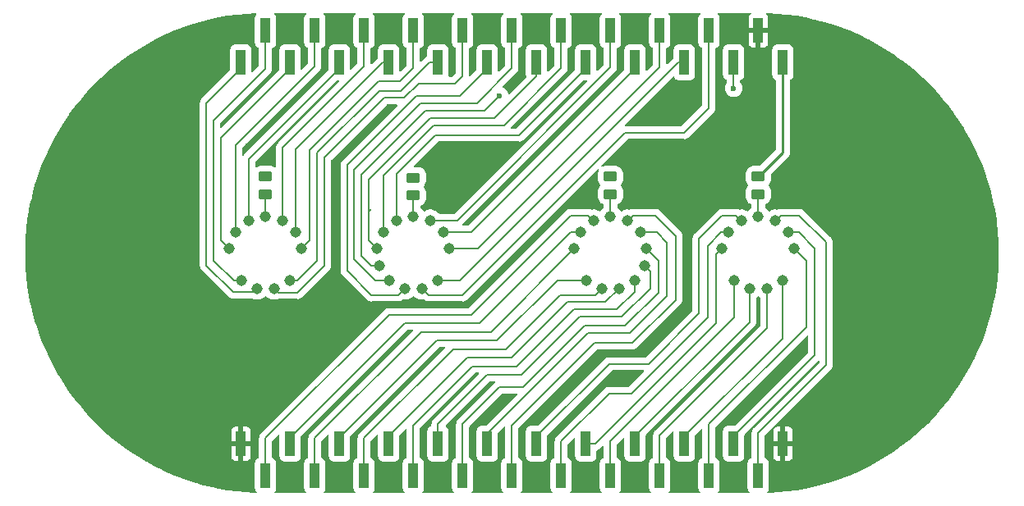
<source format=gbr>
%TF.GenerationSoftware,KiCad,Pcbnew,7.0.5*%
%TF.CreationDate,2023-07-04T20:49:23-04:00*%
%TF.ProjectId,Nixie Clock,4e697869-6520-4436-9c6f-636b2e6b6963,rev?*%
%TF.SameCoordinates,Original*%
%TF.FileFunction,Copper,L2,Bot*%
%TF.FilePolarity,Positive*%
%FSLAX46Y46*%
G04 Gerber Fmt 4.6, Leading zero omitted, Abs format (unit mm)*
G04 Created by KiCad (PCBNEW 7.0.5) date 2023-07-04 20:49:23*
%MOMM*%
%LPD*%
G01*
G04 APERTURE LIST*
G04 Aperture macros list*
%AMRoundRect*
0 Rectangle with rounded corners*
0 $1 Rounding radius*
0 $2 $3 $4 $5 $6 $7 $8 $9 X,Y pos of 4 corners*
0 Add a 4 corners polygon primitive as box body*
4,1,4,$2,$3,$4,$5,$6,$7,$8,$9,$2,$3,0*
0 Add four circle primitives for the rounded corners*
1,1,$1+$1,$2,$3*
1,1,$1+$1,$4,$5*
1,1,$1+$1,$6,$7*
1,1,$1+$1,$8,$9*
0 Add four rect primitives between the rounded corners*
20,1,$1+$1,$2,$3,$4,$5,0*
20,1,$1+$1,$4,$5,$6,$7,0*
20,1,$1+$1,$6,$7,$8,$9,0*
20,1,$1+$1,$8,$9,$2,$3,0*%
G04 Aperture macros list end*
%TA.AperFunction,ComponentPad*%
%ADD10C,1.137920*%
%TD*%
%TA.AperFunction,SMDPad,CuDef*%
%ADD11RoundRect,0.250000X0.450000X-0.262500X0.450000X0.262500X-0.450000X0.262500X-0.450000X-0.262500X0*%
%TD*%
%TA.AperFunction,SMDPad,CuDef*%
%ADD12R,1.000000X2.510000*%
%TD*%
%TA.AperFunction,ViaPad*%
%ADD13C,0.600000*%
%TD*%
%TA.AperFunction,Conductor*%
%ADD14C,0.200000*%
%TD*%
%TA.AperFunction,Conductor*%
%ADD15C,0.150000*%
%TD*%
%TA.AperFunction,Conductor*%
%ADD16C,0.250000*%
%TD*%
G04 APERTURE END LIST*
D10*
%TO.P,IN2,0,0*%
%TO.N,2_0*%
X169382440Y-80497680D03*
%TO.P,IN2,1,1*%
%TO.N,2_1*%
X165897560Y-80497680D03*
%TO.P,IN2,2,2*%
%TO.N,2_2*%
X170129200Y-86629240D03*
%TO.P,IN2,3,3*%
%TO.N,2_3*%
X163913820Y-83367880D03*
%TO.P,IN2,4,4*%
%TO.N,2_4*%
X165150800Y-86629240D03*
%TO.P,IN2,5,5*%
%TO.N,2_5*%
X166743380Y-87464900D03*
%TO.P,IN2,6,6*%
%TO.N,2_6*%
X168536620Y-87464900D03*
%TO.P,IN2,7,7*%
%TO.N,2_7*%
X164551360Y-81688940D03*
%TO.P,IN2,8,8*%
%TO.N,2_8*%
X171366180Y-83367880D03*
%TO.P,IN2,9,9*%
%TO.N,2_9*%
X170728640Y-81688940D03*
%TO.P,IN2,A,A*%
%TO.N,Net-(IN2-PadA)*%
X167640000Y-80065880D03*
%TO.P,IN2,RHDP,RHDP*%
%TO.N,RDP*%
X164129720Y-85150960D03*
%TD*%
%TO.P,IN1,0,0*%
%TO.N,1_0*%
X154142440Y-80497680D03*
%TO.P,IN1,1,1*%
%TO.N,1_1*%
X150657560Y-80497680D03*
%TO.P,IN1,2,2*%
%TO.N,1_2*%
X154889200Y-86629240D03*
%TO.P,IN1,3,3*%
%TO.N,1_3*%
X148673820Y-83367880D03*
%TO.P,IN1,4,4*%
%TO.N,1_4*%
X149910800Y-86629240D03*
%TO.P,IN1,5,5*%
%TO.N,1_5*%
X151503380Y-87464900D03*
%TO.P,IN1,6,6*%
%TO.N,1_6*%
X153296620Y-87464900D03*
%TO.P,IN1,7,7*%
%TO.N,1_7*%
X149311360Y-81688940D03*
%TO.P,IN1,8,8*%
%TO.N,1_8*%
X156126180Y-83367880D03*
%TO.P,IN1,9,9*%
%TO.N,1_9*%
X155488640Y-81688940D03*
%TO.P,IN1,A,A*%
%TO.N,Net-(IN1-PadA)*%
X152400000Y-80065880D03*
%TD*%
%TO.P,IN4,0,0*%
%TO.N,4_0*%
X204942440Y-80497680D03*
%TO.P,IN4,1,1*%
%TO.N,4_1*%
X201457560Y-80497680D03*
%TO.P,IN4,2,2*%
%TO.N,4_2*%
X205689200Y-86629240D03*
%TO.P,IN4,3,3*%
%TO.N,4_3*%
X199473820Y-83367880D03*
%TO.P,IN4,4,4*%
%TO.N,4_4*%
X200710800Y-86629240D03*
%TO.P,IN4,5,5*%
%TO.N,4_5*%
X202303380Y-87464900D03*
%TO.P,IN4,6,6*%
%TO.N,4_6*%
X204096620Y-87464900D03*
%TO.P,IN4,7,7*%
%TO.N,4_7*%
X200111360Y-81688940D03*
%TO.P,IN4,8,8*%
%TO.N,4_8*%
X206926180Y-83367880D03*
%TO.P,IN4,9,9*%
%TO.N,4_9*%
X206288640Y-81688940D03*
%TO.P,IN4,A,A*%
%TO.N,Net-(IN4-PadA)*%
X203200000Y-80065880D03*
%TD*%
%TO.P,IN3,0,0*%
%TO.N,3_0*%
X189702440Y-80497680D03*
%TO.P,IN3,1,1*%
%TO.N,3_1*%
X186217560Y-80497680D03*
%TO.P,IN3,2,2*%
%TO.N,3_2*%
X190449200Y-86629240D03*
%TO.P,IN3,3,3*%
%TO.N,3_3*%
X184233820Y-83367880D03*
%TO.P,IN3,4,4*%
%TO.N,3_4*%
X185470800Y-86629240D03*
%TO.P,IN3,5,5*%
%TO.N,3_5*%
X187063380Y-87464900D03*
%TO.P,IN3,6,6*%
%TO.N,3_6*%
X188856620Y-87464900D03*
%TO.P,IN3,7,7*%
%TO.N,3_7*%
X184871360Y-81688940D03*
%TO.P,IN3,8,8*%
%TO.N,3_8*%
X191686180Y-83367880D03*
%TO.P,IN3,9,9*%
%TO.N,3_9*%
X191048640Y-81688940D03*
%TO.P,IN3,A,A*%
%TO.N,Net-(IN3-PadA)*%
X187960000Y-80065880D03*
%TO.P,IN3,LHDP,LHDP*%
%TO.N,LDP*%
X191470280Y-85150960D03*
%TD*%
D11*
%TO.P,R2,1*%
%TO.N,Net-(IN2-PadA)*%
X167640000Y-77874500D03*
%TO.P,R2,2*%
%TO.N,+170v*%
X167640000Y-76049500D03*
%TD*%
D12*
%TO.P,J1,1,Pin_1*%
%TO.N,+170v*%
X205740000Y-64139000D03*
%TO.P,J1,2,Pin_2*%
%TO.N,GND*%
X203200000Y-60829000D03*
%TO.P,J1,3,Pin_3*%
%TO.N,RDP*%
X200660000Y-64139000D03*
%TO.P,J1,4,Pin_4*%
%TO.N,2_6*%
X198120000Y-60829000D03*
%TO.P,J1,5,Pin_5*%
%TO.N,2_2*%
X195580000Y-64139000D03*
%TO.P,J1,6,Pin_6*%
%TO.N,2_8*%
X193040000Y-60829000D03*
%TO.P,J1,7,Pin_7*%
%TO.N,2_9*%
X190500000Y-64139000D03*
%TO.P,J1,8,Pin_8*%
%TO.N,2_0*%
X187960000Y-60829000D03*
%TO.P,J1,9,Pin_9*%
%TO.N,2_1*%
X185420000Y-64139000D03*
%TO.P,J1,10,Pin_10*%
%TO.N,2_7*%
X182880000Y-60829000D03*
%TO.P,J1,11,Pin_11*%
%TO.N,2_3*%
X180340000Y-64139000D03*
%TO.P,J1,12,Pin_12*%
%TO.N,2_4*%
X177800000Y-60829000D03*
%TO.P,J1,13,Pin_13*%
%TO.N,2_5*%
X175260000Y-64139000D03*
%TO.P,J1,14,Pin_14*%
%TO.N,1_6*%
X172720000Y-60829000D03*
%TO.P,J1,15,Pin_15*%
%TO.N,1_2*%
X170180000Y-64139000D03*
%TO.P,J1,16,Pin_16*%
%TO.N,1_8*%
X167640000Y-60829000D03*
%TO.P,J1,17,Pin_17*%
%TO.N,1_9*%
X165100000Y-64139000D03*
%TO.P,J1,18,Pin_18*%
%TO.N,1_0*%
X162560000Y-60829000D03*
%TO.P,J1,19,Pin_19*%
%TO.N,1_1*%
X160020000Y-64139000D03*
%TO.P,J1,20,Pin_20*%
%TO.N,1_7*%
X157480000Y-60829000D03*
%TO.P,J1,21,Pin_21*%
%TO.N,1_3*%
X154940000Y-64139000D03*
%TO.P,J1,22,Pin_22*%
%TO.N,1_4*%
X152400000Y-60829000D03*
%TO.P,J1,23,Pin_23*%
%TO.N,1_5*%
X149860000Y-64139000D03*
%TD*%
D11*
%TO.P,R1,1*%
%TO.N,Net-(IN1-PadA)*%
X152400000Y-77747500D03*
%TO.P,R1,2*%
%TO.N,+170v*%
X152400000Y-75922500D03*
%TD*%
%TO.P,R3,1*%
%TO.N,Net-(IN3-PadA)*%
X187960000Y-77747500D03*
%TO.P,R3,2*%
%TO.N,+170v*%
X187960000Y-75922500D03*
%TD*%
D12*
%TO.P,J2,1,Pin_1*%
%TO.N,GND*%
X149860000Y-103501000D03*
%TO.P,J2,2,Pin_2*%
%TO.N,3_1*%
X152400000Y-106811000D03*
%TO.P,J2,3,Pin_3*%
%TO.N,3_7*%
X154940000Y-103501000D03*
%TO.P,J2,4,Pin_4*%
%TO.N,3_3*%
X157480000Y-106811000D03*
%TO.P,J2,5,Pin_5*%
%TO.N,3_4*%
X160020000Y-103501000D03*
%TO.P,J2,6,Pin_6*%
%TO.N,3_5*%
X162560000Y-106811000D03*
%TO.P,J2,7,Pin_7*%
%TO.N,3_6*%
X165100000Y-103501000D03*
%TO.P,J2,8,Pin_8*%
%TO.N,3_2*%
X167640000Y-106811000D03*
%TO.P,J2,9,Pin_9*%
%TO.N,LDP*%
X170180000Y-103501000D03*
%TO.P,J2,10,Pin_10*%
%TO.N,3_8*%
X172720000Y-106811000D03*
%TO.P,J2,11,Pin_11*%
%TO.N,3_9*%
X175260000Y-103501000D03*
%TO.P,J2,12,Pin_12*%
%TO.N,3_0*%
X177800000Y-106811000D03*
%TO.P,J2,13,Pin_13*%
%TO.N,4_1*%
X180340000Y-103501000D03*
%TO.P,J2,14,Pin_14*%
%TO.N,4_7*%
X182880000Y-106811000D03*
%TO.P,J2,15,Pin_15*%
%TO.N,4_3*%
X185420000Y-103501000D03*
%TO.P,J2,16,Pin_16*%
%TO.N,4_4*%
X187960000Y-106811000D03*
%TO.P,J2,17,Pin_17*%
%TO.N,4_5*%
X190500000Y-103501000D03*
%TO.P,J2,18,Pin_18*%
%TO.N,4_6*%
X193040000Y-106811000D03*
%TO.P,J2,19,Pin_19*%
%TO.N,4_2*%
X195580000Y-103501000D03*
%TO.P,J2,20,Pin_20*%
%TO.N,4_8*%
X198120000Y-106811000D03*
%TO.P,J2,21,Pin_21*%
%TO.N,4_9*%
X200660000Y-103501000D03*
%TO.P,J2,22,Pin_22*%
%TO.N,4_0*%
X203200000Y-106811000D03*
%TO.P,J2,23,Pin_23*%
%TO.N,GND*%
X205740000Y-103501000D03*
%TD*%
D11*
%TO.P,R4,1*%
%TO.N,Net-(IN4-PadA)*%
X203200000Y-77747500D03*
%TO.P,R4,2*%
%TO.N,+170v*%
X203200000Y-75922500D03*
%TD*%
D13*
%TO.N,+170v*%
X187960000Y-75946000D03*
X167640000Y-75946000D03*
X203200000Y-75946000D03*
X152400000Y-75946000D03*
%TO.N,GND*%
X205740000Y-60706000D03*
X175260000Y-60960000D03*
X176149000Y-73406000D03*
X170180000Y-73406000D03*
X152400000Y-74295000D03*
X159639000Y-77216000D03*
X207772000Y-74422000D03*
X204216000Y-72644000D03*
X205740000Y-106680000D03*
X180340000Y-60960000D03*
X195580000Y-77724000D03*
X177038000Y-99060000D03*
X203200000Y-64262000D03*
X207518000Y-93980000D03*
X185801000Y-77724000D03*
X185420000Y-106680000D03*
X199517000Y-68834000D03*
X191516000Y-73660000D03*
X195580000Y-60706000D03*
X195580000Y-106680000D03*
X200660000Y-106680000D03*
X170180000Y-60960000D03*
X185420000Y-60960000D03*
X150622000Y-72771000D03*
X165100000Y-68961000D03*
X175260000Y-106680000D03*
X194056000Y-69342000D03*
X178054000Y-66167000D03*
X191516000Y-93726000D03*
X183388000Y-97790000D03*
X195961000Y-80899000D03*
X154940000Y-106680000D03*
X172466000Y-89154000D03*
X200660000Y-60706000D03*
X146050000Y-61976000D03*
X190500000Y-106680000D03*
X165100000Y-106680000D03*
X165100000Y-60960000D03*
X154940000Y-60960000D03*
X170180000Y-106680000D03*
X196850000Y-66421000D03*
X190500000Y-60960000D03*
X160020000Y-60960000D03*
X149860000Y-106680000D03*
X180340000Y-106680000D03*
X189103000Y-96774000D03*
X159639000Y-74549000D03*
X171323000Y-77978000D03*
X144018000Y-77470000D03*
X200660000Y-100965000D03*
X159639000Y-85217000D03*
X160020000Y-106680000D03*
%TO.N,RDP*%
X176530000Y-67564000D03*
X200660000Y-66802000D03*
%TD*%
D14*
%TO.N,Net-(IN1-PadA)*%
X152400000Y-80065880D02*
X152400000Y-77432500D01*
D15*
%TO.N,+170v*%
X167640000Y-76364500D02*
X167640000Y-75946000D01*
X152400000Y-76237500D02*
X152400000Y-75946000D01*
X203200000Y-76237500D02*
X203200000Y-75946000D01*
X187960000Y-76237500D02*
X187960000Y-75946000D01*
D16*
X205740000Y-73406000D02*
X205740000Y-64139000D01*
X203200000Y-75946000D02*
X205740000Y-73406000D01*
D14*
%TO.N,Net-(IN2-PadA)*%
X167640000Y-77559500D02*
X167640000Y-80065880D01*
%TO.N,Net-(IN3-PadA)*%
X187960000Y-80065880D02*
X187960000Y-77432500D01*
%TO.N,Net-(IN4-PadA)*%
X203200000Y-80065880D02*
X203200000Y-77432500D01*
D15*
%TO.N,1_0*%
X154142440Y-80497680D02*
X154142440Y-72933560D01*
X162560000Y-64516000D02*
X162560000Y-60829000D01*
X154142440Y-72933560D02*
X162560000Y-64516000D01*
%TO.N,1_1*%
X150657560Y-74132440D02*
X160020000Y-64770000D01*
X150657560Y-80497680D02*
X150657560Y-74132440D01*
X160020000Y-64770000D02*
X160020000Y-64139000D01*
%TO.N,1_2*%
X166370000Y-67056000D02*
X169287000Y-64139000D01*
X154889200Y-86629240D02*
X155693830Y-86629240D01*
X157734000Y-84589070D02*
X157734000Y-73450660D01*
X164128660Y-67056000D02*
X166370000Y-67056000D01*
X169287000Y-64139000D02*
X170180000Y-64139000D01*
X157734000Y-73450660D02*
X164128660Y-67056000D01*
X155693830Y-86629240D02*
X157734000Y-84589070D01*
%TO.N,1_3*%
X147828000Y-82522060D02*
X147828000Y-71882000D01*
X148673820Y-83367880D02*
X147828000Y-82522060D01*
X147828000Y-71882000D02*
X154940000Y-64770000D01*
X154940000Y-64770000D02*
X154940000Y-64139000D01*
%TO.N,1_4*%
X152400000Y-64770000D02*
X147066000Y-70104000D01*
X149106170Y-86629240D02*
X147066000Y-84589070D01*
X149910800Y-86629240D02*
X149106170Y-86629240D01*
X152400000Y-60829000D02*
X152400000Y-64770000D01*
X147066000Y-84589070D02*
X147066000Y-70104000D01*
%TO.N,1_5*%
X151095080Y-87873200D02*
X151503380Y-87464900D01*
X149860000Y-64770000D02*
X146304000Y-68326000D01*
X149860000Y-64139000D02*
X149860000Y-64770000D01*
X149087200Y-87873200D02*
X151095080Y-87873200D01*
X146304000Y-85090000D02*
X149087200Y-87873200D01*
X146304000Y-68326000D02*
X146304000Y-85090000D01*
%TO.N,1_6*%
X164604000Y-67806000D02*
X166680660Y-67806000D01*
X171958000Y-66294000D02*
X172720000Y-65532000D01*
X158496000Y-85090000D02*
X158496000Y-73914000D01*
X155702000Y-87884000D02*
X158496000Y-85090000D01*
X153296620Y-87464900D02*
X153715720Y-87884000D01*
X166680660Y-67806000D02*
X168192660Y-66294000D01*
X168192660Y-66294000D02*
X171958000Y-66294000D01*
X153715720Y-87884000D02*
X155702000Y-87884000D01*
X172720000Y-65532000D02*
X172720000Y-60829000D01*
X158496000Y-73914000D02*
X164604000Y-67806000D01*
%TO.N,1_7*%
X157480000Y-64516000D02*
X149311360Y-72684640D01*
X149311360Y-72684640D02*
X149311360Y-81688940D01*
X157480000Y-60829000D02*
X157480000Y-64516000D01*
%TO.N,1_8*%
X156972000Y-82522060D02*
X156972000Y-73152000D01*
X156972000Y-73152000D02*
X164055000Y-66069000D01*
X166275000Y-66069000D02*
X167640000Y-64704000D01*
X156126180Y-83367880D02*
X156972000Y-82522060D01*
X167640000Y-64704000D02*
X167640000Y-60829000D01*
X164055000Y-66069000D02*
X166275000Y-66069000D01*
%TO.N,1_9*%
X155488640Y-73111360D02*
X164461000Y-64139000D01*
X155488640Y-81688940D02*
X155488640Y-73111360D01*
X164461000Y-64139000D02*
X165100000Y-64139000D01*
%TO.N,2_0*%
X187960000Y-64643000D02*
X187960000Y-60829000D01*
X169435140Y-80444980D02*
X172158020Y-80444980D01*
X172158020Y-80444980D02*
X187960000Y-64643000D01*
X169382440Y-80497680D02*
X169435140Y-80444980D01*
%TO.N,2_1*%
X185420000Y-64770000D02*
X185420000Y-64139000D01*
X165897560Y-80497680D02*
X165897560Y-75656440D01*
X169926000Y-71628000D02*
X178562000Y-71628000D01*
X165897560Y-75656440D02*
X169926000Y-71628000D01*
X178562000Y-71628000D02*
X185420000Y-64770000D01*
%TO.N,2_2*%
X172450760Y-86629240D02*
X194941000Y-64139000D01*
X170129200Y-86629240D02*
X172450760Y-86629240D01*
X194941000Y-64139000D02*
X195580000Y-64139000D01*
%TO.N,2_3*%
X163068000Y-82522060D02*
X163068000Y-79502000D01*
X180340000Y-65544000D02*
X180340000Y-64139000D01*
X176023670Y-69860330D02*
X180340000Y-65544000D01*
X163913820Y-83367880D02*
X163068000Y-82522060D01*
X163056000Y-76212000D02*
X169407670Y-69860330D01*
X163913820Y-83367880D02*
X163056000Y-82510060D01*
X163068000Y-79502000D02*
X163322000Y-79248000D01*
X169407670Y-69860330D02*
X176023670Y-69860330D01*
X163056000Y-82510060D02*
X163056000Y-76212000D01*
%TO.N,2_4*%
X177800000Y-64704000D02*
X177800000Y-60829000D01*
X161544000Y-84430530D02*
X161544000Y-75184000D01*
X165150800Y-86629240D02*
X163742710Y-86629240D01*
X161544000Y-75184000D02*
X168402000Y-68326000D01*
X168402000Y-68326000D02*
X174178000Y-68326000D01*
X174178000Y-68326000D02*
X177800000Y-64704000D01*
X163742710Y-86629240D02*
X161544000Y-84430530D01*
%TO.N,2_5*%
X175260000Y-64770000D02*
X175260000Y-64139000D01*
X167983320Y-67564000D02*
X172466000Y-67564000D01*
X160794000Y-74753320D02*
X167983320Y-67564000D01*
X163322000Y-88138000D02*
X160794000Y-85610000D01*
X166743380Y-87464900D02*
X166070280Y-88138000D01*
X166070280Y-88138000D02*
X163322000Y-88138000D01*
X172466000Y-67564000D02*
X175260000Y-64770000D01*
X160794000Y-85610000D02*
X160794000Y-74753320D01*
%TO.N,2_6*%
X168536620Y-87464900D02*
X169209720Y-88138000D01*
X169209720Y-88138000D02*
X172720000Y-88138000D01*
X189484000Y-71374000D02*
X195580000Y-71374000D01*
X198120000Y-68834000D02*
X198120000Y-60829000D01*
X172720000Y-88138000D02*
X189484000Y-71374000D01*
X195580000Y-71374000D02*
X198120000Y-68834000D01*
%TO.N,2_7*%
X176972000Y-70612000D02*
X182880000Y-64704000D01*
X169716660Y-70612000D02*
X176972000Y-70612000D01*
X164551360Y-75777300D02*
X169716660Y-70612000D01*
X182880000Y-64704000D02*
X182880000Y-60829000D01*
X164551360Y-81688940D02*
X164551360Y-75777300D01*
%TO.N,2_8*%
X193040000Y-64643000D02*
X193040000Y-60829000D01*
X174315120Y-83367880D02*
X193040000Y-64643000D01*
X171366180Y-83367880D02*
X174315120Y-83367880D01*
%TO.N,2_9*%
X190500000Y-64770000D02*
X190500000Y-64139000D01*
X170728640Y-81688940D02*
X173581060Y-81688940D01*
X173581060Y-81688940D02*
X190500000Y-64770000D01*
%TO.N,RDP*%
X162306000Y-84131870D02*
X162306000Y-75692000D01*
X168887670Y-69110330D02*
X174983670Y-69110330D01*
X162306000Y-75692000D02*
X168887670Y-69110330D01*
X164129720Y-85150960D02*
X163325090Y-85150960D01*
X163325090Y-85150960D02*
X162306000Y-84131870D01*
X174983670Y-69110330D02*
X176530000Y-67564000D01*
X200660000Y-66802000D02*
X200660000Y-64139000D01*
%TO.N,LDP*%
X178816000Y-96393000D02*
X184821000Y-90388000D01*
X192039239Y-87487761D02*
X192039239Y-85719919D01*
X170180000Y-101473000D02*
X175260000Y-96393000D01*
X192039239Y-85719919D02*
X191470280Y-85150960D01*
X175260000Y-96393000D02*
X178816000Y-96393000D01*
X189139000Y-90388000D02*
X192039239Y-87487761D01*
X170180000Y-103501000D02*
X170180000Y-101473000D01*
X184821000Y-90388000D02*
X189139000Y-90388000D01*
%TO.N,3_0*%
X190246000Y-93091000D02*
X186309000Y-93091000D01*
X186309000Y-93091000D02*
X177800000Y-101600000D01*
X177800000Y-101600000D02*
X177800000Y-106811000D01*
X192577721Y-79928721D02*
X194691000Y-82042000D01*
X194691000Y-88646000D02*
X190246000Y-93091000D01*
X189702440Y-80497680D02*
X190271399Y-79928721D01*
X190271399Y-79928721D02*
X192577721Y-79928721D01*
X194691000Y-82042000D02*
X194691000Y-88646000D01*
%TO.N,3_1*%
X173609000Y-90170000D02*
X165166000Y-90170000D01*
X185648601Y-79928721D02*
X183850279Y-79928721D01*
X186217560Y-80497680D02*
X185648601Y-79928721D01*
X152400000Y-102936000D02*
X152400000Y-106811000D01*
X165166000Y-90170000D02*
X152400000Y-102936000D01*
X183850279Y-79928721D02*
X173609000Y-90170000D01*
%TO.N,3_2*%
X178308000Y-95504000D02*
X173736000Y-95504000D01*
X190449200Y-86629240D02*
X190449200Y-87807800D01*
X184174000Y-89638000D02*
X178308000Y-95504000D01*
X188619000Y-89638000D02*
X184174000Y-89638000D01*
X173736000Y-95504000D02*
X167640000Y-101600000D01*
X190449200Y-87807800D02*
X188619000Y-89638000D01*
X167640000Y-101600000D02*
X167640000Y-106811000D01*
%TO.N,3_3*%
X175641000Y-91948000D02*
X168468000Y-91948000D01*
X184233820Y-83367880D02*
X175647350Y-91954350D01*
X168468000Y-91948000D02*
X157480000Y-102936000D01*
X175647350Y-91954350D02*
X175641000Y-91948000D01*
X157480000Y-102936000D02*
X157480000Y-106811000D01*
%TO.N,3_4*%
X170053000Y-92837000D02*
X160020000Y-102870000D01*
X160020000Y-102870000D02*
X160020000Y-103501000D01*
X182483760Y-86629240D02*
X176276000Y-92837000D01*
X176276000Y-92837000D02*
X170053000Y-92837000D01*
X185470800Y-86629240D02*
X182483760Y-86629240D01*
%TO.N,3_5*%
X177165000Y-93726000D02*
X171770000Y-93726000D01*
X187063380Y-87464900D02*
X186390280Y-88138000D01*
X162560000Y-102936000D02*
X162560000Y-106811000D01*
X182753000Y-88138000D02*
X177165000Y-93726000D01*
X186390280Y-88138000D02*
X182753000Y-88138000D01*
X171770000Y-93726000D02*
X162560000Y-102936000D01*
%TO.N,3_6*%
X177800000Y-94615000D02*
X183527000Y-88888000D01*
X165100000Y-103501000D02*
X165100000Y-102743000D01*
X165100000Y-102743000D02*
X173228000Y-94615000D01*
X173228000Y-94615000D02*
X177800000Y-94615000D01*
X183527000Y-88888000D02*
X187433520Y-88888000D01*
X187433520Y-88888000D02*
X188856620Y-87464900D01*
%TO.N,3_7*%
X166751000Y-91059000D02*
X154940000Y-102870000D01*
X154940000Y-102870000D02*
X154940000Y-103501000D01*
X174498000Y-91059000D02*
X166751000Y-91059000D01*
X184871360Y-81688940D02*
X183868060Y-81688940D01*
X183868060Y-81688940D02*
X174498000Y-91059000D01*
%TO.N,3_8*%
X189484000Y-91313000D02*
X185293000Y-91313000D01*
X192913000Y-84594700D02*
X192913000Y-87884000D01*
X176530000Y-97663000D02*
X172720000Y-101473000D01*
X192913000Y-87884000D02*
X189484000Y-91313000D01*
X172720000Y-101473000D02*
X172720000Y-106811000D01*
X191686180Y-83367880D02*
X192913000Y-84594700D01*
X178943000Y-97663000D02*
X176530000Y-97663000D01*
X185293000Y-91313000D02*
X178943000Y-97663000D01*
%TO.N,3_9*%
X185674000Y-92075000D02*
X189992000Y-92075000D01*
X193802000Y-82740500D02*
X192758060Y-81696560D01*
X192758060Y-81696560D02*
X192758060Y-81688940D01*
X192758060Y-81688940D02*
X191048640Y-81688940D01*
X175260000Y-102489000D02*
X185674000Y-92075000D01*
X175260000Y-103501000D02*
X175260000Y-102489000D01*
X189992000Y-92075000D02*
X193802000Y-88265000D01*
X193802000Y-88265000D02*
X193802000Y-82740500D01*
%TO.N,4_0*%
X210185000Y-82677000D02*
X210185000Y-95377000D01*
X205511399Y-79928721D02*
X207436721Y-79928721D01*
X203200000Y-102362000D02*
X203200000Y-106811000D01*
X204942440Y-80497680D02*
X205511399Y-79928721D01*
X207436721Y-79928721D02*
X210185000Y-82677000D01*
X210185000Y-95377000D02*
X203200000Y-102362000D01*
%TO.N,4_1*%
X200888601Y-79928721D02*
X199471279Y-79928721D01*
X180340000Y-102743000D02*
X180340000Y-103501000D01*
X199471279Y-79928721D02*
X197104000Y-82296000D01*
X187833000Y-95250000D02*
X180340000Y-102743000D01*
X201457560Y-80497680D02*
X200888601Y-79928721D01*
X197104000Y-82296000D02*
X197104000Y-90043000D01*
X197104000Y-90043000D02*
X191897000Y-95250000D01*
X191897000Y-95250000D02*
X187833000Y-95250000D01*
%TO.N,4_2*%
X205689200Y-92633800D02*
X205689200Y-86629240D01*
X195580000Y-103501000D02*
X195580000Y-102743000D01*
X195580000Y-102743000D02*
X205689200Y-92633800D01*
%TO.N,4_3*%
X198882000Y-83959700D02*
X198882000Y-91059000D01*
X199473820Y-83367880D02*
X198882000Y-83959700D01*
X198882000Y-91059000D02*
X186440000Y-103501000D01*
X186440000Y-103501000D02*
X185420000Y-103501000D01*
%TO.N,4_4*%
X187960000Y-103251000D02*
X200710800Y-90500200D01*
X200710800Y-90500200D02*
X200710800Y-86629240D01*
X187960000Y-106811000D02*
X187960000Y-103251000D01*
%TO.N,4_5*%
X190500000Y-102743000D02*
X190500000Y-103501000D01*
X202303380Y-87464900D02*
X202303380Y-90939620D01*
X202303380Y-90939620D02*
X190500000Y-102743000D01*
%TO.N,4_6*%
X204096620Y-87464900D02*
X204096620Y-91559380D01*
X193040000Y-102616000D02*
X193040000Y-106811000D01*
X204096620Y-91559380D02*
X193040000Y-102616000D01*
%TO.N,4_7*%
X197993000Y-90424000D02*
X190119000Y-98298000D01*
X197993000Y-83089474D02*
X197993000Y-90424000D01*
X187833000Y-98298000D02*
X182880000Y-103251000D01*
X182880000Y-103251000D02*
X182880000Y-106811000D01*
X200111360Y-81688940D02*
X199393534Y-81688940D01*
X190119000Y-98298000D02*
X187833000Y-98298000D01*
X199393534Y-81688940D02*
X197993000Y-83089474D01*
%TO.N,4_8*%
X208153000Y-84594700D02*
X208153000Y-91440000D01*
X198120000Y-101473000D02*
X198120000Y-106811000D01*
X208153000Y-91440000D02*
X198120000Y-101473000D01*
X206926180Y-83367880D02*
X208153000Y-84594700D01*
%TO.N,4_9*%
X207418940Y-81688940D02*
X209042000Y-83312000D01*
X206288640Y-81688940D02*
X207418940Y-81688940D01*
X209042000Y-83312000D02*
X209042000Y-94361000D01*
X209042000Y-94361000D02*
X200660000Y-102743000D01*
X200660000Y-102743000D02*
X200660000Y-103501000D01*
%TD*%
%TA.AperFunction,Conductor*%
%TO.N,GND*%
G36*
X167595113Y-91751813D02*
G01*
X167620423Y-91795650D01*
X167611633Y-91845500D01*
X167599873Y-91860826D01*
X157017566Y-102443131D01*
X157015939Y-102444663D01*
X156970667Y-102484771D01*
X156936305Y-102534551D01*
X156934981Y-102536351D01*
X156897676Y-102583967D01*
X156897672Y-102583975D01*
X156891958Y-102596668D01*
X156885386Y-102608321D01*
X156877481Y-102619775D01*
X156877479Y-102619778D01*
X156856026Y-102676342D01*
X156855172Y-102678405D01*
X156830350Y-102733558D01*
X156830348Y-102733566D01*
X156827841Y-102747245D01*
X156824247Y-102760139D01*
X156819312Y-102773153D01*
X156819311Y-102773157D01*
X156812019Y-102833208D01*
X156811683Y-102835416D01*
X156800781Y-102894912D01*
X156800781Y-102894914D01*
X156800781Y-102894915D01*
X156801027Y-102898975D01*
X156804432Y-102955283D01*
X156804500Y-102957517D01*
X156804500Y-104929271D01*
X156787187Y-104976837D01*
X156758819Y-104997638D01*
X156677158Y-105031464D01*
X156551720Y-105127715D01*
X156551715Y-105127720D01*
X156455464Y-105253158D01*
X156394955Y-105399238D01*
X156379500Y-105516640D01*
X156379500Y-108105359D01*
X156394955Y-108222759D01*
X156394956Y-108222763D01*
X156455463Y-108368840D01*
X156554670Y-108498130D01*
X156553381Y-108499118D01*
X156572002Y-108539050D01*
X156558901Y-108587945D01*
X156517437Y-108616979D01*
X156498284Y-108619500D01*
X153381716Y-108619500D01*
X153334150Y-108602187D01*
X153308840Y-108558350D01*
X153317630Y-108508500D01*
X153325491Y-108498254D01*
X153325330Y-108498130D01*
X153367539Y-108443121D01*
X153424536Y-108368841D01*
X153485044Y-108222762D01*
X153500500Y-108105361D01*
X153500499Y-105516640D01*
X153485044Y-105399238D01*
X153424536Y-105253159D01*
X153383250Y-105199354D01*
X153328284Y-105127720D01*
X153328279Y-105127715D01*
X153202841Y-105031464D01*
X153121181Y-104997638D01*
X153083861Y-104963440D01*
X153075500Y-104929271D01*
X153075500Y-103246452D01*
X153092813Y-103198886D01*
X153097163Y-103194137D01*
X153713174Y-102578125D01*
X153759050Y-102556734D01*
X153807945Y-102569835D01*
X153836979Y-102611299D01*
X153839500Y-102630452D01*
X153839500Y-104795359D01*
X153854955Y-104912759D01*
X153854956Y-104912763D01*
X153915463Y-105058840D01*
X154011715Y-105184279D01*
X154011720Y-105184284D01*
X154031360Y-105199354D01*
X154137159Y-105280536D01*
X154283238Y-105341044D01*
X154400639Y-105356500D01*
X155479360Y-105356499D01*
X155596762Y-105341044D01*
X155742841Y-105280536D01*
X155868282Y-105184282D01*
X155964536Y-105058841D01*
X156025044Y-104912762D01*
X156040500Y-104795361D01*
X156040499Y-102755451D01*
X156057812Y-102707886D01*
X156062162Y-102703137D01*
X167009127Y-91756174D01*
X167055004Y-91734782D01*
X167061454Y-91734500D01*
X167547547Y-91734500D01*
X167595113Y-91751813D01*
G37*
%TD.AperFunction*%
%TA.AperFunction,Conductor*%
G36*
X170897113Y-93529813D02*
G01*
X170922423Y-93573650D01*
X170913633Y-93623500D01*
X170901873Y-93638826D01*
X162097566Y-102443131D01*
X162095939Y-102444663D01*
X162050667Y-102484771D01*
X162016305Y-102534551D01*
X162014981Y-102536351D01*
X161977676Y-102583967D01*
X161977672Y-102583975D01*
X161971958Y-102596668D01*
X161965386Y-102608321D01*
X161957481Y-102619775D01*
X161957479Y-102619778D01*
X161936026Y-102676342D01*
X161935172Y-102678405D01*
X161910350Y-102733558D01*
X161910348Y-102733566D01*
X161907841Y-102747245D01*
X161904247Y-102760139D01*
X161899312Y-102773153D01*
X161899311Y-102773157D01*
X161892019Y-102833208D01*
X161891683Y-102835416D01*
X161880781Y-102894912D01*
X161880781Y-102894914D01*
X161880781Y-102894915D01*
X161881027Y-102898975D01*
X161884432Y-102955283D01*
X161884500Y-102957517D01*
X161884500Y-104929271D01*
X161867187Y-104976837D01*
X161838819Y-104997638D01*
X161757158Y-105031464D01*
X161631720Y-105127715D01*
X161631715Y-105127720D01*
X161535464Y-105253158D01*
X161474955Y-105399238D01*
X161459500Y-105516640D01*
X161459500Y-108105359D01*
X161474955Y-108222759D01*
X161474956Y-108222763D01*
X161535463Y-108368840D01*
X161634670Y-108498130D01*
X161633381Y-108499118D01*
X161652002Y-108539050D01*
X161638901Y-108587945D01*
X161597437Y-108616979D01*
X161578284Y-108619500D01*
X158461716Y-108619500D01*
X158414150Y-108602187D01*
X158388840Y-108558350D01*
X158397630Y-108508500D01*
X158405491Y-108498254D01*
X158405330Y-108498130D01*
X158447539Y-108443121D01*
X158504536Y-108368841D01*
X158565044Y-108222762D01*
X158580500Y-108105361D01*
X158580499Y-105516640D01*
X158565044Y-105399238D01*
X158504536Y-105253159D01*
X158463250Y-105199354D01*
X158408284Y-105127720D01*
X158408279Y-105127715D01*
X158282841Y-105031464D01*
X158201181Y-104997638D01*
X158163861Y-104963440D01*
X158155500Y-104929271D01*
X158155500Y-103246452D01*
X158172813Y-103198886D01*
X158177163Y-103194137D01*
X158793174Y-102578125D01*
X158839050Y-102556734D01*
X158887945Y-102569835D01*
X158916979Y-102611299D01*
X158919500Y-102630452D01*
X158919500Y-104795359D01*
X158934955Y-104912759D01*
X158934956Y-104912763D01*
X158995463Y-105058840D01*
X159091715Y-105184279D01*
X159091720Y-105184284D01*
X159111360Y-105199354D01*
X159217159Y-105280536D01*
X159363238Y-105341044D01*
X159480639Y-105356500D01*
X160559360Y-105356499D01*
X160676762Y-105341044D01*
X160822841Y-105280536D01*
X160948282Y-105184282D01*
X161044536Y-105058841D01*
X161105044Y-104912762D01*
X161120500Y-104795361D01*
X161120499Y-102755451D01*
X161137812Y-102707886D01*
X161142162Y-102703137D01*
X170311126Y-93534174D01*
X170357003Y-93512782D01*
X170363453Y-93512500D01*
X170849547Y-93512500D01*
X170897113Y-93529813D01*
G37*
%TD.AperFunction*%
%TA.AperFunction,Conductor*%
G36*
X166932945Y-101951835D02*
G01*
X166961979Y-101993299D01*
X166964500Y-102012452D01*
X166964500Y-104929271D01*
X166947187Y-104976837D01*
X166918819Y-104997638D01*
X166837158Y-105031464D01*
X166711720Y-105127715D01*
X166711715Y-105127720D01*
X166615464Y-105253158D01*
X166554955Y-105399238D01*
X166539500Y-105516640D01*
X166539500Y-108105359D01*
X166554955Y-108222759D01*
X166554956Y-108222763D01*
X166615463Y-108368840D01*
X166714670Y-108498130D01*
X166713381Y-108499118D01*
X166732002Y-108539050D01*
X166718901Y-108587945D01*
X166677437Y-108616979D01*
X166658284Y-108619500D01*
X163541716Y-108619500D01*
X163494150Y-108602187D01*
X163468840Y-108558350D01*
X163477630Y-108508500D01*
X163485491Y-108498254D01*
X163485330Y-108498130D01*
X163527539Y-108443121D01*
X163584536Y-108368841D01*
X163645044Y-108222762D01*
X163660500Y-108105361D01*
X163660499Y-105516640D01*
X163645044Y-105399238D01*
X163584536Y-105253159D01*
X163543250Y-105199354D01*
X163488284Y-105127720D01*
X163488279Y-105127715D01*
X163362841Y-105031464D01*
X163281181Y-104997638D01*
X163243861Y-104963440D01*
X163235500Y-104929271D01*
X163235500Y-103246451D01*
X163252813Y-103198885D01*
X163257163Y-103194136D01*
X163873175Y-102578124D01*
X163919050Y-102556733D01*
X163967945Y-102569834D01*
X163996979Y-102611298D01*
X163999500Y-102630451D01*
X163999500Y-104795359D01*
X164014955Y-104912759D01*
X164014956Y-104912763D01*
X164075463Y-105058840D01*
X164171715Y-105184279D01*
X164171720Y-105184284D01*
X164191360Y-105199354D01*
X164297159Y-105280536D01*
X164443238Y-105341044D01*
X164560639Y-105356500D01*
X165639360Y-105356499D01*
X165756762Y-105341044D01*
X165902841Y-105280536D01*
X166028282Y-105184282D01*
X166124536Y-105058841D01*
X166185044Y-104912762D01*
X166200500Y-104795361D01*
X166200499Y-102628452D01*
X166217812Y-102580887D01*
X166222173Y-102576127D01*
X166581949Y-102216351D01*
X166838175Y-101960125D01*
X166884050Y-101938734D01*
X166932945Y-101951835D01*
G37*
%TD.AperFunction*%
%TA.AperFunction,Conductor*%
G36*
X174387113Y-96196813D02*
G01*
X174412423Y-96240650D01*
X174403633Y-96290500D01*
X174391873Y-96305826D01*
X169717566Y-100980131D01*
X169715939Y-100981663D01*
X169670667Y-101021771D01*
X169636305Y-101071551D01*
X169634981Y-101073351D01*
X169597676Y-101120967D01*
X169597672Y-101120975D01*
X169591958Y-101133668D01*
X169585386Y-101145321D01*
X169577481Y-101156775D01*
X169577479Y-101156778D01*
X169556026Y-101213342D01*
X169555172Y-101215405D01*
X169530350Y-101270558D01*
X169530348Y-101270566D01*
X169527841Y-101284245D01*
X169524247Y-101297139D01*
X169519312Y-101310153D01*
X169519311Y-101310157D01*
X169512019Y-101370208D01*
X169511683Y-101372416D01*
X169500781Y-101431912D01*
X169504432Y-101492283D01*
X169504500Y-101494517D01*
X169504500Y-101619271D01*
X169487187Y-101666837D01*
X169458819Y-101687638D01*
X169377158Y-101721464D01*
X169251720Y-101817715D01*
X169251715Y-101817720D01*
X169155464Y-101943158D01*
X169094955Y-102089238D01*
X169079500Y-102206640D01*
X169079500Y-104795359D01*
X169094955Y-104912759D01*
X169094956Y-104912763D01*
X169155463Y-105058840D01*
X169251715Y-105184279D01*
X169251720Y-105184284D01*
X169271360Y-105199354D01*
X169377159Y-105280536D01*
X169523238Y-105341044D01*
X169640639Y-105356500D01*
X170719360Y-105356499D01*
X170836762Y-105341044D01*
X170982841Y-105280536D01*
X171108282Y-105184282D01*
X171204536Y-105058841D01*
X171265044Y-104912762D01*
X171280500Y-104795361D01*
X171280499Y-102206640D01*
X171265044Y-102089238D01*
X171204536Y-101943159D01*
X171179439Y-101910452D01*
X171108284Y-101817720D01*
X171108279Y-101817715D01*
X170995463Y-101731148D01*
X170968265Y-101688456D01*
X170974872Y-101638271D01*
X170988182Y-101620117D01*
X175518126Y-97090174D01*
X175564003Y-97068782D01*
X175570453Y-97068500D01*
X175989801Y-97068500D01*
X176037367Y-97085813D01*
X176062677Y-97129650D01*
X176053887Y-97179500D01*
X176045187Y-97191575D01*
X176038661Y-97198941D01*
X176037130Y-97200567D01*
X172257566Y-100980131D01*
X172255939Y-100981663D01*
X172210667Y-101021771D01*
X172176305Y-101071551D01*
X172174981Y-101073351D01*
X172137676Y-101120967D01*
X172137672Y-101120975D01*
X172131958Y-101133668D01*
X172125386Y-101145321D01*
X172117481Y-101156775D01*
X172117479Y-101156778D01*
X172096026Y-101213342D01*
X172095172Y-101215405D01*
X172070350Y-101270558D01*
X172070348Y-101270566D01*
X172067841Y-101284245D01*
X172064247Y-101297139D01*
X172059312Y-101310153D01*
X172059311Y-101310157D01*
X172052019Y-101370208D01*
X172051683Y-101372416D01*
X172040781Y-101431912D01*
X172040781Y-101431914D01*
X172040781Y-101431915D01*
X172044432Y-101492300D01*
X172044499Y-101494517D01*
X172044499Y-104929271D01*
X172027186Y-104976837D01*
X171998819Y-104997638D01*
X171917157Y-105031464D01*
X171791720Y-105127715D01*
X171791715Y-105127720D01*
X171695464Y-105253158D01*
X171634955Y-105399238D01*
X171619500Y-105516640D01*
X171619500Y-108105359D01*
X171634955Y-108222759D01*
X171634956Y-108222763D01*
X171695463Y-108368840D01*
X171794670Y-108498130D01*
X171793381Y-108499118D01*
X171812002Y-108539050D01*
X171798901Y-108587945D01*
X171757437Y-108616979D01*
X171738284Y-108619500D01*
X168621716Y-108619500D01*
X168574150Y-108602187D01*
X168548840Y-108558350D01*
X168557630Y-108508500D01*
X168565491Y-108498254D01*
X168565330Y-108498130D01*
X168607539Y-108443121D01*
X168664536Y-108368841D01*
X168725044Y-108222762D01*
X168740500Y-108105361D01*
X168740499Y-105516640D01*
X168725044Y-105399238D01*
X168664536Y-105253159D01*
X168623250Y-105199354D01*
X168568284Y-105127720D01*
X168568279Y-105127715D01*
X168442841Y-105031464D01*
X168361181Y-104997638D01*
X168323861Y-104963440D01*
X168315500Y-104929271D01*
X168315500Y-101910452D01*
X168332813Y-101862886D01*
X168337174Y-101858126D01*
X173994127Y-96201174D01*
X174040003Y-96179782D01*
X174046453Y-96179500D01*
X174339547Y-96179500D01*
X174387113Y-96196813D01*
G37*
%TD.AperFunction*%
%TA.AperFunction,Conductor*%
G36*
X178324113Y-98355813D02*
G01*
X178349423Y-98399650D01*
X178340633Y-98449500D01*
X178328873Y-98464826D01*
X175169871Y-101623826D01*
X175123995Y-101645218D01*
X175117545Y-101645500D01*
X174720640Y-101645500D01*
X174603240Y-101660955D01*
X174603236Y-101660956D01*
X174457159Y-101721463D01*
X174331720Y-101817715D01*
X174331715Y-101817720D01*
X174235464Y-101943158D01*
X174174955Y-102089238D01*
X174159500Y-102206640D01*
X174159500Y-104795359D01*
X174174955Y-104912759D01*
X174174956Y-104912763D01*
X174235463Y-105058840D01*
X174331715Y-105184279D01*
X174331720Y-105184284D01*
X174351360Y-105199354D01*
X174457159Y-105280536D01*
X174603238Y-105341044D01*
X174720639Y-105356500D01*
X175799360Y-105356499D01*
X175916762Y-105341044D01*
X176062841Y-105280536D01*
X176188282Y-105184282D01*
X176284536Y-105058841D01*
X176345044Y-104912762D01*
X176360500Y-104795361D01*
X176360499Y-102374451D01*
X176377812Y-102326886D01*
X176382162Y-102322137D01*
X176998173Y-101706126D01*
X177044051Y-101684734D01*
X177092945Y-101697835D01*
X177121979Y-101739299D01*
X177124500Y-101758452D01*
X177124499Y-104929271D01*
X177107186Y-104976837D01*
X177078819Y-104997638D01*
X176997157Y-105031464D01*
X176871720Y-105127715D01*
X176871715Y-105127720D01*
X176775464Y-105253158D01*
X176714955Y-105399238D01*
X176699500Y-105516640D01*
X176699500Y-108105359D01*
X176714955Y-108222759D01*
X176714956Y-108222763D01*
X176775463Y-108368840D01*
X176874670Y-108498130D01*
X176873381Y-108499118D01*
X176892002Y-108539050D01*
X176878901Y-108587945D01*
X176837437Y-108616979D01*
X176818284Y-108619500D01*
X173701716Y-108619500D01*
X173654150Y-108602187D01*
X173628840Y-108558350D01*
X173637630Y-108508500D01*
X173645491Y-108498254D01*
X173645330Y-108498130D01*
X173687539Y-108443121D01*
X173744536Y-108368841D01*
X173805044Y-108222762D01*
X173820500Y-108105361D01*
X173820499Y-105516640D01*
X173805044Y-105399238D01*
X173744536Y-105253159D01*
X173703250Y-105199354D01*
X173648284Y-105127720D01*
X173648279Y-105127715D01*
X173522841Y-105031464D01*
X173441181Y-104997638D01*
X173403861Y-104963440D01*
X173395500Y-104929271D01*
X173395500Y-101783452D01*
X173412813Y-101735886D01*
X173417163Y-101731137D01*
X176788126Y-98360174D01*
X176834003Y-98338782D01*
X176840453Y-98338500D01*
X178276547Y-98338500D01*
X178324113Y-98355813D01*
G37*
%TD.AperFunction*%
%TA.AperFunction,Conductor*%
G36*
X202430282Y-59037813D02*
G01*
X202455592Y-59081650D01*
X202446802Y-59131500D01*
X202427063Y-59153740D01*
X202342811Y-59216811D01*
X202256646Y-59331911D01*
X202256645Y-59331912D01*
X202206403Y-59466619D01*
X202206402Y-59466624D01*
X202199999Y-59526171D01*
X202200000Y-60579000D01*
X204200000Y-60579000D01*
X204200000Y-59526171D01*
X204193597Y-59466624D01*
X204193596Y-59466619D01*
X204143354Y-59331912D01*
X204143353Y-59331911D01*
X204057188Y-59216811D01*
X203995260Y-59170451D01*
X203967557Y-59128086D01*
X203973566Y-59077825D01*
X204010477Y-59043186D01*
X204041077Y-59037226D01*
X204185275Y-59040093D01*
X204186631Y-59040148D01*
X205169660Y-59098855D01*
X205170988Y-59098961D01*
X206150884Y-59196702D01*
X206152338Y-59196877D01*
X207127466Y-59333483D01*
X207128908Y-59333714D01*
X208097878Y-59508987D01*
X208099252Y-59509264D01*
X208926921Y-59693233D01*
X209060490Y-59722923D01*
X209061919Y-59723270D01*
X209259953Y-59775630D01*
X210013941Y-59974985D01*
X210015275Y-59975367D01*
X210956508Y-60264723D01*
X210957863Y-60265169D01*
X211886863Y-60591722D01*
X211888222Y-60592231D01*
X212803455Y-60955440D01*
X212804782Y-60955997D01*
X213704896Y-61355324D01*
X213706162Y-61355916D01*
X214329820Y-61662827D01*
X214589690Y-61790714D01*
X214590984Y-61791382D01*
X215456508Y-62260953D01*
X215457737Y-62261651D01*
X216303935Y-62765276D01*
X216305130Y-62766020D01*
X217130646Y-63302895D01*
X217131794Y-63303674D01*
X217655809Y-63674923D01*
X217935292Y-63872929D01*
X217936476Y-63873804D01*
X218094788Y-63995698D01*
X218716691Y-64474541D01*
X218717812Y-64475441D01*
X219473544Y-65106736D01*
X219474595Y-65107650D01*
X220204659Y-65768514D01*
X220205645Y-65769443D01*
X220908833Y-66458787D01*
X220909845Y-66459818D01*
X221516757Y-67104058D01*
X221585048Y-67176549D01*
X221586035Y-67177640D01*
X221941306Y-67586149D01*
X222204761Y-67889084D01*
X222232220Y-67920657D01*
X222233148Y-67921770D01*
X222849294Y-68689905D01*
X222850149Y-68691016D01*
X223289133Y-69285229D01*
X223435239Y-69482999D01*
X223436089Y-69484200D01*
X223989245Y-70298840D01*
X223990041Y-70300063D01*
X224385351Y-70935187D01*
X224510361Y-71136034D01*
X224511113Y-71137298D01*
X224997780Y-71993283D01*
X224998482Y-71994576D01*
X225160138Y-72307219D01*
X225431421Y-72831882D01*
X225450739Y-72869242D01*
X225451375Y-72870534D01*
X225697108Y-73395994D01*
X225868513Y-73762517D01*
X225869102Y-73763844D01*
X226241554Y-74650528D01*
X226250433Y-74671666D01*
X226250976Y-74673034D01*
X226595918Y-75595314D01*
X226596406Y-75596702D01*
X226904413Y-76531979D01*
X226904845Y-76533385D01*
X226936959Y-76645753D01*
X227175419Y-77480143D01*
X227175786Y-77481531D01*
X227408512Y-78438327D01*
X227408832Y-78439764D01*
X227603327Y-79405015D01*
X227603589Y-79406463D01*
X227759559Y-80378706D01*
X227759763Y-80380163D01*
X227832150Y-80984035D01*
X227876959Y-81357850D01*
X227877100Y-81359264D01*
X227919908Y-81896351D01*
X227955335Y-82340851D01*
X227955422Y-82342320D01*
X227970548Y-82722465D01*
X227994569Y-83326221D01*
X227994598Y-83327655D01*
X227994598Y-84312344D01*
X227994569Y-84313779D01*
X227974440Y-84819698D01*
X227955422Y-85297679D01*
X227955335Y-85299148D01*
X227930463Y-85611208D01*
X227883065Y-86205910D01*
X227877103Y-86280710D01*
X227876958Y-86282154D01*
X227848906Y-86516178D01*
X227759763Y-87259836D01*
X227759559Y-87261293D01*
X227603589Y-88233536D01*
X227603327Y-88234984D01*
X227408832Y-89200235D01*
X227408512Y-89201672D01*
X227175786Y-90158468D01*
X227175415Y-90159868D01*
X227055300Y-90580163D01*
X226904845Y-91106614D01*
X226904413Y-91108020D01*
X226596406Y-92043297D01*
X226595918Y-92044685D01*
X226250976Y-92966965D01*
X226250433Y-92968333D01*
X225869110Y-93876137D01*
X225868513Y-93877482D01*
X225594858Y-94462650D01*
X225498980Y-94667672D01*
X225451389Y-94769437D01*
X225450739Y-94770757D01*
X224998482Y-95645423D01*
X224997780Y-95646716D01*
X224511113Y-96502701D01*
X224510361Y-96503965D01*
X223990047Y-97339926D01*
X223989245Y-97341159D01*
X223436089Y-98155799D01*
X223435239Y-98157000D01*
X222850158Y-98948971D01*
X222849275Y-98950117D01*
X222411547Y-99495824D01*
X222233163Y-99718212D01*
X222232220Y-99719342D01*
X221586035Y-100462359D01*
X221585048Y-100463450D01*
X220909863Y-101180162D01*
X220908833Y-101181212D01*
X220653099Y-101431912D01*
X220205671Y-101870530D01*
X220204632Y-101871509D01*
X219701573Y-102326886D01*
X219474620Y-102532327D01*
X219473515Y-102533287D01*
X219357199Y-102630452D01*
X218717812Y-103164558D01*
X218716665Y-103165479D01*
X217936476Y-103766195D01*
X217935292Y-103767070D01*
X217131823Y-104336305D01*
X217130605Y-104337132D01*
X216305162Y-104873959D01*
X216303912Y-104874737D01*
X215457759Y-105378335D01*
X215456480Y-105379062D01*
X214590998Y-105848609D01*
X214589690Y-105849285D01*
X213706197Y-106284067D01*
X213704864Y-106284690D01*
X212804811Y-106683990D01*
X212803455Y-106684559D01*
X211888222Y-107047768D01*
X211886844Y-107048284D01*
X210957883Y-107374823D01*
X210956485Y-107375283D01*
X210015314Y-107664621D01*
X210013899Y-107665026D01*
X209061919Y-107916729D01*
X209060490Y-107917076D01*
X208099296Y-108130726D01*
X208097854Y-108131016D01*
X207128911Y-108306284D01*
X207127458Y-108306517D01*
X206152342Y-108443121D01*
X206150881Y-108443297D01*
X205171035Y-108541034D01*
X205169610Y-108541147D01*
X204470275Y-108582912D01*
X204202363Y-108598912D01*
X204153850Y-108584466D01*
X204125972Y-108542216D01*
X204131774Y-108491930D01*
X204139244Y-108479996D01*
X204167404Y-108443297D01*
X204224536Y-108368841D01*
X204285044Y-108222762D01*
X204300500Y-108105361D01*
X204300499Y-105516640D01*
X204285044Y-105399238D01*
X204224536Y-105253159D01*
X204183250Y-105199354D01*
X204128284Y-105127720D01*
X204128279Y-105127715D01*
X204002841Y-105031464D01*
X203921181Y-104997638D01*
X203883861Y-104963440D01*
X203875500Y-104929271D01*
X203875500Y-103751000D01*
X204740000Y-103751000D01*
X204740000Y-104803828D01*
X204746402Y-104863375D01*
X204746403Y-104863380D01*
X204796645Y-104998087D01*
X204796646Y-104998088D01*
X204882811Y-105113188D01*
X204997911Y-105199353D01*
X204997912Y-105199354D01*
X205132619Y-105249596D01*
X205132624Y-105249597D01*
X205192171Y-105256000D01*
X205490000Y-105256000D01*
X205490000Y-103751000D01*
X205990000Y-103751000D01*
X205990000Y-105256000D01*
X206287829Y-105256000D01*
X206347375Y-105249597D01*
X206347380Y-105249596D01*
X206482087Y-105199354D01*
X206482088Y-105199353D01*
X206597188Y-105113188D01*
X206683353Y-104998088D01*
X206683354Y-104998087D01*
X206733596Y-104863380D01*
X206733597Y-104863375D01*
X206740000Y-104803828D01*
X206740000Y-103751000D01*
X205990000Y-103751000D01*
X205490000Y-103751000D01*
X204740000Y-103751000D01*
X203875500Y-103751000D01*
X203875500Y-103250999D01*
X204739999Y-103250999D01*
X204740000Y-103251000D01*
X205490000Y-103251000D01*
X205490000Y-101746000D01*
X205990000Y-101746000D01*
X205990000Y-103251000D01*
X206740000Y-103251000D01*
X206740000Y-102198171D01*
X206733597Y-102138624D01*
X206733596Y-102138619D01*
X206683354Y-102003912D01*
X206683353Y-102003911D01*
X206597188Y-101888811D01*
X206482088Y-101802646D01*
X206482087Y-101802645D01*
X206347380Y-101752403D01*
X206347375Y-101752402D01*
X206287829Y-101746000D01*
X205990000Y-101746000D01*
X205490000Y-101746000D01*
X205192171Y-101746000D01*
X205132624Y-101752402D01*
X205132619Y-101752403D01*
X204997912Y-101802645D01*
X204997911Y-101802646D01*
X204882811Y-101888811D01*
X204796646Y-102003911D01*
X204796645Y-102003912D01*
X204746403Y-102138619D01*
X204746402Y-102138624D01*
X204740000Y-102198171D01*
X204739999Y-103250999D01*
X203875500Y-103250999D01*
X203875500Y-102672452D01*
X203892813Y-102624886D01*
X203897174Y-102620126D01*
X206799088Y-99718212D01*
X210647456Y-95869843D01*
X210649023Y-95868367D01*
X210694332Y-95828229D01*
X210728698Y-95778439D01*
X210730010Y-95776655D01*
X210767326Y-95729028D01*
X210773036Y-95716341D01*
X210779616Y-95704674D01*
X210787517Y-95693227D01*
X210787518Y-95693226D01*
X210808970Y-95636661D01*
X210809820Y-95634610D01*
X210815272Y-95622493D01*
X210834650Y-95579439D01*
X210837159Y-95565745D01*
X210840752Y-95552857D01*
X210845688Y-95539845D01*
X210852983Y-95479759D01*
X210853315Y-95477585D01*
X210864219Y-95418085D01*
X210860568Y-95357715D01*
X210860500Y-95355481D01*
X210860500Y-82698512D01*
X210860568Y-82696278D01*
X210862582Y-82662975D01*
X210864219Y-82635915D01*
X210856413Y-82593321D01*
X210853315Y-82576412D01*
X210852982Y-82574234D01*
X210845688Y-82514155D01*
X210840751Y-82501138D01*
X210837158Y-82488252D01*
X210834650Y-82474561D01*
X210809822Y-82419396D01*
X210808971Y-82417342D01*
X210787518Y-82360774D01*
X210779613Y-82349322D01*
X210773032Y-82337653D01*
X210767326Y-82324974D01*
X210767325Y-82324973D01*
X210767325Y-82324972D01*
X210741068Y-82291457D01*
X210730012Y-82277344D01*
X210728688Y-82275545D01*
X210694332Y-82225771D01*
X210663297Y-82198276D01*
X210649068Y-82185670D01*
X210647440Y-82184138D01*
X207929589Y-79466288D01*
X207928057Y-79464660D01*
X207887951Y-79419390D01*
X207887948Y-79419388D01*
X207838166Y-79385026D01*
X207836373Y-79383706D01*
X207808625Y-79361967D01*
X207788749Y-79346395D01*
X207787080Y-79345644D01*
X207776052Y-79340679D01*
X207764396Y-79334105D01*
X207752944Y-79326201D01*
X207696384Y-79304749D01*
X207694321Y-79303895D01*
X207639162Y-79279071D01*
X207639153Y-79279068D01*
X207625476Y-79276562D01*
X207612578Y-79272967D01*
X207599565Y-79268032D01*
X207539511Y-79260740D01*
X207537303Y-79260404D01*
X207477808Y-79249502D01*
X207477806Y-79249502D01*
X207466016Y-79250215D01*
X207417436Y-79253153D01*
X207415202Y-79253221D01*
X205532928Y-79253221D01*
X205530694Y-79253153D01*
X205486600Y-79250486D01*
X205470314Y-79249501D01*
X205470313Y-79249501D01*
X205470311Y-79249501D01*
X205410800Y-79260406D01*
X205408594Y-79260742D01*
X205403625Y-79261345D01*
X205348551Y-79268032D01*
X205348550Y-79268033D01*
X205335539Y-79272967D01*
X205322645Y-79276562D01*
X205308959Y-79279070D01*
X205253804Y-79303893D01*
X205251741Y-79304747D01*
X205195177Y-79326200D01*
X205195169Y-79326204D01*
X205187453Y-79331530D01*
X205138471Y-79344298D01*
X205131825Y-79343365D01*
X205050809Y-79328220D01*
X205050806Y-79328220D01*
X204834074Y-79328220D01*
X204834070Y-79328220D01*
X204621028Y-79368045D01*
X204418939Y-79446336D01*
X204418923Y-79446343D01*
X204319022Y-79508199D01*
X204269467Y-79518520D01*
X204224871Y-79494572D01*
X204213825Y-79478268D01*
X204207466Y-79465498D01*
X204198555Y-79447601D01*
X204198554Y-79447600D01*
X204198554Y-79447599D01*
X204198552Y-79447597D01*
X204167489Y-79406463D01*
X204067944Y-79274645D01*
X204066104Y-79272968D01*
X204038091Y-79247430D01*
X203924644Y-79144011D01*
X203901157Y-79099174D01*
X203900500Y-79089340D01*
X203900500Y-78881016D01*
X203917813Y-78833450D01*
X203941621Y-78814722D01*
X203945015Y-78813038D01*
X203945021Y-78813037D01*
X204110753Y-78730842D01*
X204254940Y-78614940D01*
X204370842Y-78470753D01*
X204453037Y-78305021D01*
X204497683Y-78125495D01*
X204500500Y-78083954D01*
X204500500Y-77411046D01*
X204497683Y-77369505D01*
X204453037Y-77189979D01*
X204370842Y-77024247D01*
X204319554Y-76960442D01*
X204255987Y-76881362D01*
X204239679Y-76833442D01*
X204255987Y-76788638D01*
X204295519Y-76739456D01*
X204370842Y-76645753D01*
X204453037Y-76480021D01*
X204497683Y-76300495D01*
X204500500Y-76258954D01*
X204500500Y-75702163D01*
X204517813Y-75654597D01*
X204522174Y-75649837D01*
X205362793Y-74809218D01*
X206211828Y-73960182D01*
X206219951Y-73953163D01*
X206241258Y-73937302D01*
X206274374Y-73897834D01*
X206276546Y-73895464D01*
X206282885Y-73889127D01*
X206302218Y-73864675D01*
X206302885Y-73863857D01*
X206350267Y-73807390D01*
X206350270Y-73807386D01*
X206350273Y-73807383D01*
X206351669Y-73804600D01*
X206359762Y-73791900D01*
X206361689Y-73789464D01*
X206392864Y-73722606D01*
X206393287Y-73721732D01*
X206426388Y-73655825D01*
X206427106Y-73652792D01*
X206432050Y-73638571D01*
X206433362Y-73635758D01*
X206433365Y-73635749D01*
X206438747Y-73609677D01*
X206448276Y-73563526D01*
X206448497Y-73562536D01*
X206465500Y-73490797D01*
X206465500Y-73487680D01*
X206467029Y-73472714D01*
X206467072Y-73472501D01*
X206467659Y-73469663D01*
X206466371Y-73425418D01*
X206465516Y-73395994D01*
X206465500Y-73394918D01*
X206465500Y-66000016D01*
X206482813Y-65952450D01*
X206511180Y-65931650D01*
X206542841Y-65918536D01*
X206668282Y-65822282D01*
X206764536Y-65696841D01*
X206825044Y-65550762D01*
X206840500Y-65433361D01*
X206840499Y-62844640D01*
X206825044Y-62727238D01*
X206764536Y-62581159D01*
X206723250Y-62527354D01*
X206668284Y-62455720D01*
X206668279Y-62455715D01*
X206542841Y-62359464D01*
X206396761Y-62298955D01*
X206306675Y-62287095D01*
X206279361Y-62283500D01*
X206279359Y-62283500D01*
X205200640Y-62283500D01*
X205083240Y-62298955D01*
X205083236Y-62298956D01*
X204937159Y-62359463D01*
X204811720Y-62455715D01*
X204811715Y-62455720D01*
X204715464Y-62581158D01*
X204654955Y-62727238D01*
X204639500Y-62844640D01*
X204639500Y-65433359D01*
X204654955Y-65550759D01*
X204654956Y-65550763D01*
X204715463Y-65696840D01*
X204811715Y-65822279D01*
X204811720Y-65822284D01*
X204937156Y-65918534D01*
X204937159Y-65918536D01*
X204962176Y-65928898D01*
X204968817Y-65931649D01*
X205006138Y-65965846D01*
X205014499Y-66000016D01*
X205014499Y-73074836D01*
X204997186Y-73122402D01*
X204992825Y-73127162D01*
X203332163Y-74787826D01*
X203286287Y-74809218D01*
X203279837Y-74809500D01*
X202676041Y-74809500D01*
X202634509Y-74812316D01*
X202634504Y-74812317D01*
X202634505Y-74812317D01*
X202454979Y-74856963D01*
X202454976Y-74856964D01*
X202454977Y-74856964D01*
X202289245Y-74939159D01*
X202289242Y-74939161D01*
X202145062Y-75055057D01*
X202145057Y-75055062D01*
X202029161Y-75199242D01*
X202029159Y-75199245D01*
X202029158Y-75199246D01*
X202029158Y-75199247D01*
X201946963Y-75364979D01*
X201915380Y-75491977D01*
X201902316Y-75544509D01*
X201899500Y-75586041D01*
X201899500Y-76258958D01*
X201902316Y-76300490D01*
X201902316Y-76300493D01*
X201902317Y-76300495D01*
X201946963Y-76480021D01*
X202029158Y-76645753D01*
X202105101Y-76740230D01*
X202144013Y-76788638D01*
X202160320Y-76836559D01*
X202144013Y-76881362D01*
X202080446Y-76960442D01*
X202029158Y-77024247D01*
X201946963Y-77189979D01*
X201915380Y-77316977D01*
X201902316Y-77369509D01*
X201899500Y-77411041D01*
X201899500Y-78083958D01*
X201902316Y-78125490D01*
X201902316Y-78125493D01*
X201902317Y-78125495D01*
X201946963Y-78305021D01*
X202029158Y-78470753D01*
X202029159Y-78470754D01*
X202029161Y-78470757D01*
X202145057Y-78614937D01*
X202145062Y-78614942D01*
X202266245Y-78712352D01*
X202289247Y-78730842D01*
X202454979Y-78813037D01*
X202454982Y-78813037D01*
X202458378Y-78814722D01*
X202493299Y-78851366D01*
X202499499Y-78881017D01*
X202499499Y-79089326D01*
X202482186Y-79136892D01*
X202475352Y-79144013D01*
X202332058Y-79274642D01*
X202201447Y-79447597D01*
X202201442Y-79447604D01*
X202186173Y-79478269D01*
X202149473Y-79513131D01*
X202098950Y-79516246D01*
X202080976Y-79508199D01*
X202042549Y-79484406D01*
X201981066Y-79446338D01*
X201921416Y-79423229D01*
X201778971Y-79368045D01*
X201565929Y-79328220D01*
X201565926Y-79328220D01*
X201349194Y-79328220D01*
X201349188Y-79328220D01*
X201268173Y-79343365D01*
X201218236Y-79335087D01*
X201212542Y-79331528D01*
X201204824Y-79326201D01*
X201148264Y-79304749D01*
X201146201Y-79303895D01*
X201091042Y-79279071D01*
X201091033Y-79279068D01*
X201077356Y-79276562D01*
X201064458Y-79272967D01*
X201051445Y-79268032D01*
X200991391Y-79260740D01*
X200989183Y-79260404D01*
X200929688Y-79249502D01*
X200929686Y-79249502D01*
X200917896Y-79250215D01*
X200869316Y-79253153D01*
X200867082Y-79253221D01*
X199492798Y-79253221D01*
X199490564Y-79253153D01*
X199446305Y-79250476D01*
X199430194Y-79249502D01*
X199430193Y-79249502D01*
X199430191Y-79249502D01*
X199370695Y-79260404D01*
X199368487Y-79260740D01*
X199308436Y-79268032D01*
X199308432Y-79268033D01*
X199295418Y-79272968D01*
X199282524Y-79276562D01*
X199268845Y-79279069D01*
X199268837Y-79279071D01*
X199213684Y-79303893D01*
X199211621Y-79304747D01*
X199155057Y-79326200D01*
X199155054Y-79326202D01*
X199143600Y-79334107D01*
X199131947Y-79340679D01*
X199119254Y-79346393D01*
X199119246Y-79346397D01*
X199071630Y-79383702D01*
X199069830Y-79385026D01*
X199020050Y-79419388D01*
X198979942Y-79464660D01*
X198978410Y-79466287D01*
X196641566Y-81803131D01*
X196639939Y-81804663D01*
X196594667Y-81844771D01*
X196560305Y-81894551D01*
X196558981Y-81896351D01*
X196521676Y-81943967D01*
X196521672Y-81943975D01*
X196515958Y-81956668D01*
X196509386Y-81968321D01*
X196501481Y-81979775D01*
X196501479Y-81979778D01*
X196480026Y-82036342D01*
X196479172Y-82038405D01*
X196454350Y-82093558D01*
X196454348Y-82093566D01*
X196451841Y-82107245D01*
X196448247Y-82120139D01*
X196443312Y-82133153D01*
X196443311Y-82133157D01*
X196436019Y-82193208D01*
X196435683Y-82195416D01*
X196424781Y-82254912D01*
X196428432Y-82315283D01*
X196428500Y-82317517D01*
X196428500Y-89732546D01*
X196411187Y-89780112D01*
X196406826Y-89784872D01*
X191638873Y-94552826D01*
X191592997Y-94574218D01*
X191586547Y-94574500D01*
X187854519Y-94574500D01*
X187852285Y-94574432D01*
X187808026Y-94571755D01*
X187791915Y-94570781D01*
X187791914Y-94570781D01*
X187791912Y-94570781D01*
X187732416Y-94581683D01*
X187730208Y-94582019D01*
X187670157Y-94589311D01*
X187670153Y-94589312D01*
X187657139Y-94594247D01*
X187644245Y-94597841D01*
X187630566Y-94600348D01*
X187630558Y-94600350D01*
X187575405Y-94625172D01*
X187573342Y-94626026D01*
X187516778Y-94647479D01*
X187516775Y-94647481D01*
X187505321Y-94655386D01*
X187493668Y-94661958D01*
X187480975Y-94667672D01*
X187480971Y-94667674D01*
X187433344Y-94704987D01*
X187431556Y-94706302D01*
X187408915Y-94721930D01*
X187381770Y-94740668D01*
X187341671Y-94785930D01*
X187340139Y-94787557D01*
X180503871Y-101623826D01*
X180457995Y-101645218D01*
X180451545Y-101645500D01*
X179800640Y-101645500D01*
X179683240Y-101660955D01*
X179683236Y-101660956D01*
X179537159Y-101721463D01*
X179411720Y-101817715D01*
X179411715Y-101817720D01*
X179315464Y-101943158D01*
X179254955Y-102089238D01*
X179239500Y-102206640D01*
X179239500Y-104795359D01*
X179254955Y-104912759D01*
X179254956Y-104912763D01*
X179315463Y-105058840D01*
X179411715Y-105184279D01*
X179411720Y-105184284D01*
X179431360Y-105199354D01*
X179537159Y-105280536D01*
X179683238Y-105341044D01*
X179800639Y-105356500D01*
X180879360Y-105356499D01*
X180996762Y-105341044D01*
X181142841Y-105280536D01*
X181268282Y-105184282D01*
X181364536Y-105058841D01*
X181425044Y-104912762D01*
X181440500Y-104795361D01*
X181440499Y-102628451D01*
X181457812Y-102580886D01*
X181462161Y-102576138D01*
X188091127Y-95947174D01*
X188137004Y-95925782D01*
X188143454Y-95925500D01*
X191357547Y-95925500D01*
X191405113Y-95942813D01*
X191430423Y-95986650D01*
X191421633Y-96036500D01*
X191409873Y-96051826D01*
X189860873Y-97600826D01*
X189814997Y-97622218D01*
X189808547Y-97622500D01*
X187854519Y-97622500D01*
X187852285Y-97622432D01*
X187808026Y-97619755D01*
X187791915Y-97618781D01*
X187791914Y-97618781D01*
X187791912Y-97618781D01*
X187732416Y-97629683D01*
X187730208Y-97630019D01*
X187670157Y-97637311D01*
X187670153Y-97637312D01*
X187657139Y-97642247D01*
X187644245Y-97645841D01*
X187630566Y-97648348D01*
X187630558Y-97648350D01*
X187575405Y-97673172D01*
X187573342Y-97674026D01*
X187516778Y-97695479D01*
X187516775Y-97695481D01*
X187505321Y-97703386D01*
X187493668Y-97709958D01*
X187480975Y-97715672D01*
X187480967Y-97715676D01*
X187433351Y-97752981D01*
X187431551Y-97754305D01*
X187381771Y-97788667D01*
X187341663Y-97833939D01*
X187340131Y-97835566D01*
X182417566Y-102758131D01*
X182415939Y-102759663D01*
X182370667Y-102799771D01*
X182336305Y-102849551D01*
X182334981Y-102851351D01*
X182297676Y-102898967D01*
X182297672Y-102898975D01*
X182291958Y-102911668D01*
X182285386Y-102923321D01*
X182277481Y-102934775D01*
X182277479Y-102934778D01*
X182256026Y-102991342D01*
X182255172Y-102993405D01*
X182230350Y-103048558D01*
X182230348Y-103048566D01*
X182227841Y-103062245D01*
X182224247Y-103075139D01*
X182219312Y-103088153D01*
X182219311Y-103088157D01*
X182212019Y-103148208D01*
X182211683Y-103150416D01*
X182200781Y-103209912D01*
X182204432Y-103270283D01*
X182204500Y-103272517D01*
X182204500Y-104929271D01*
X182187187Y-104976837D01*
X182158819Y-104997638D01*
X182077158Y-105031464D01*
X181951720Y-105127715D01*
X181951715Y-105127720D01*
X181855464Y-105253158D01*
X181794955Y-105399238D01*
X181779500Y-105516640D01*
X181779500Y-108105359D01*
X181794955Y-108222759D01*
X181794956Y-108222763D01*
X181855463Y-108368840D01*
X181954670Y-108498130D01*
X181953381Y-108499118D01*
X181972002Y-108539050D01*
X181958901Y-108587945D01*
X181917437Y-108616979D01*
X181898284Y-108619500D01*
X178781716Y-108619500D01*
X178734150Y-108602187D01*
X178708840Y-108558350D01*
X178717630Y-108508500D01*
X178725491Y-108498254D01*
X178725330Y-108498130D01*
X178767539Y-108443121D01*
X178824536Y-108368841D01*
X178885044Y-108222762D01*
X178900500Y-108105361D01*
X178900499Y-105516640D01*
X178885044Y-105399238D01*
X178824536Y-105253159D01*
X178783250Y-105199354D01*
X178728284Y-105127720D01*
X178728279Y-105127715D01*
X178602841Y-105031464D01*
X178521181Y-104997638D01*
X178483861Y-104963440D01*
X178475500Y-104929271D01*
X178475500Y-101910453D01*
X178492813Y-101862887D01*
X178497174Y-101858127D01*
X186567128Y-93788174D01*
X186613004Y-93766782D01*
X186619454Y-93766500D01*
X190224481Y-93766500D01*
X190226715Y-93766568D01*
X190246795Y-93767782D01*
X190287085Y-93770219D01*
X190346588Y-93759314D01*
X190348759Y-93758983D01*
X190408845Y-93751688D01*
X190421857Y-93746752D01*
X190434745Y-93743159D01*
X190448439Y-93740650D01*
X190491493Y-93721272D01*
X190503610Y-93715820D01*
X190505661Y-93714970D01*
X190562226Y-93693518D01*
X190573673Y-93685616D01*
X190585341Y-93679036D01*
X190588905Y-93677431D01*
X190598028Y-93673326D01*
X190645655Y-93636010D01*
X190647442Y-93634696D01*
X190697223Y-93600336D01*
X190697222Y-93600336D01*
X190697229Y-93600332D01*
X190737367Y-93555023D01*
X190738843Y-93553456D01*
X195153465Y-89138835D01*
X195155032Y-89137359D01*
X195200332Y-89097229D01*
X195234693Y-89047446D01*
X195235993Y-89045678D01*
X195273326Y-88998028D01*
X195279036Y-88985341D01*
X195285616Y-88973674D01*
X195293517Y-88962227D01*
X195293518Y-88962226D01*
X195314970Y-88905661D01*
X195315820Y-88903610D01*
X195321272Y-88891493D01*
X195340650Y-88848439D01*
X195343159Y-88834745D01*
X195346752Y-88821857D01*
X195351688Y-88808845D01*
X195358983Y-88748759D01*
X195359315Y-88746585D01*
X195361875Y-88732616D01*
X195370219Y-88687085D01*
X195367726Y-88645865D01*
X195366568Y-88626715D01*
X195366500Y-88624481D01*
X195366500Y-82063517D01*
X195366568Y-82061283D01*
X195368076Y-82036342D01*
X195370219Y-82000915D01*
X195362413Y-81958321D01*
X195359315Y-81941412D01*
X195358982Y-81939234D01*
X195351688Y-81879155D01*
X195346751Y-81866138D01*
X195343158Y-81853252D01*
X195340650Y-81839561D01*
X195315822Y-81784394D01*
X195314975Y-81782351D01*
X195296756Y-81734312D01*
X195293518Y-81725773D01*
X195285612Y-81714318D01*
X195279035Y-81702656D01*
X195273328Y-81689977D01*
X195273326Y-81689972D01*
X195272517Y-81688940D01*
X195236013Y-81642347D01*
X195234696Y-81640557D01*
X195200332Y-81590771D01*
X195200330Y-81590769D01*
X195155059Y-81550662D01*
X195153431Y-81549130D01*
X193070589Y-79466288D01*
X193069057Y-79464660D01*
X193028951Y-79419390D01*
X193028948Y-79419388D01*
X192979166Y-79385026D01*
X192977373Y-79383706D01*
X192949625Y-79361967D01*
X192929749Y-79346395D01*
X192928080Y-79345644D01*
X192917052Y-79340679D01*
X192905396Y-79334105D01*
X192893944Y-79326201D01*
X192837384Y-79304749D01*
X192835321Y-79303895D01*
X192780162Y-79279071D01*
X192780153Y-79279068D01*
X192766476Y-79276562D01*
X192753578Y-79272967D01*
X192740565Y-79268032D01*
X192680511Y-79260740D01*
X192678303Y-79260404D01*
X192618808Y-79249502D01*
X192618806Y-79249502D01*
X192607016Y-79250215D01*
X192558436Y-79253153D01*
X192556202Y-79253221D01*
X190292928Y-79253221D01*
X190290694Y-79253153D01*
X190246600Y-79250486D01*
X190230314Y-79249501D01*
X190230313Y-79249501D01*
X190230311Y-79249501D01*
X190170800Y-79260406D01*
X190168594Y-79260742D01*
X190163625Y-79261345D01*
X190108551Y-79268032D01*
X190108550Y-79268033D01*
X190095539Y-79272967D01*
X190082645Y-79276562D01*
X190068959Y-79279070D01*
X190013804Y-79303893D01*
X190011741Y-79304747D01*
X189955177Y-79326200D01*
X189955169Y-79326204D01*
X189947453Y-79331530D01*
X189898471Y-79344298D01*
X189891825Y-79343365D01*
X189810809Y-79328220D01*
X189810806Y-79328220D01*
X189594074Y-79328220D01*
X189594070Y-79328220D01*
X189381028Y-79368045D01*
X189178939Y-79446336D01*
X189178923Y-79446343D01*
X189079022Y-79508199D01*
X189029467Y-79518520D01*
X188984871Y-79494572D01*
X188973825Y-79478268D01*
X188967466Y-79465498D01*
X188958555Y-79447601D01*
X188958554Y-79447600D01*
X188958554Y-79447599D01*
X188958552Y-79447597D01*
X188927489Y-79406463D01*
X188827944Y-79274645D01*
X188826104Y-79272968D01*
X188684647Y-79144013D01*
X188661158Y-79099173D01*
X188660500Y-79089326D01*
X188660500Y-78881017D01*
X188677813Y-78833451D01*
X188701621Y-78814722D01*
X188705015Y-78813038D01*
X188705021Y-78813037D01*
X188870753Y-78730842D01*
X189014940Y-78614940D01*
X189130842Y-78470753D01*
X189213037Y-78305021D01*
X189257683Y-78125495D01*
X189260500Y-78083954D01*
X189260500Y-77411046D01*
X189257683Y-77369505D01*
X189213037Y-77189979D01*
X189130842Y-77024247D01*
X189079554Y-76960442D01*
X189015987Y-76881362D01*
X188999679Y-76833442D01*
X189015987Y-76788638D01*
X189055519Y-76739456D01*
X189130842Y-76645753D01*
X189213037Y-76480021D01*
X189257683Y-76300495D01*
X189260500Y-76258954D01*
X189260500Y-75586046D01*
X189257683Y-75544505D01*
X189213037Y-75364979D01*
X189130842Y-75199247D01*
X189026940Y-75069988D01*
X189014942Y-75055062D01*
X189014937Y-75055057D01*
X188870757Y-74939161D01*
X188870754Y-74939159D01*
X188870753Y-74939158D01*
X188705021Y-74856963D01*
X188525495Y-74812317D01*
X188525493Y-74812316D01*
X188525490Y-74812316D01*
X188483959Y-74809500D01*
X188483954Y-74809500D01*
X187436046Y-74809500D01*
X187436041Y-74809500D01*
X187394509Y-74812316D01*
X187394504Y-74812317D01*
X187394505Y-74812317D01*
X187214979Y-74856963D01*
X187214976Y-74856964D01*
X187214977Y-74856964D01*
X187106228Y-74910898D01*
X187055922Y-74916522D01*
X187013771Y-74888494D01*
X186999497Y-74839929D01*
X187019779Y-74793551D01*
X187020988Y-74792312D01*
X189742126Y-72071174D01*
X189788003Y-72049782D01*
X189794453Y-72049500D01*
X195558481Y-72049500D01*
X195560715Y-72049568D01*
X195580795Y-72050782D01*
X195621085Y-72053219D01*
X195680588Y-72042314D01*
X195682759Y-72041983D01*
X195742845Y-72034688D01*
X195755857Y-72029752D01*
X195768745Y-72026159D01*
X195782439Y-72023650D01*
X195825493Y-72004272D01*
X195837610Y-71998820D01*
X195839661Y-71997970D01*
X195896226Y-71976518D01*
X195907673Y-71968616D01*
X195919341Y-71962036D01*
X195922905Y-71960431D01*
X195932028Y-71956326D01*
X195979655Y-71919010D01*
X195981442Y-71917696D01*
X196031223Y-71883336D01*
X196031222Y-71883336D01*
X196031229Y-71883332D01*
X196071367Y-71838023D01*
X196072843Y-71836456D01*
X198582465Y-69326835D01*
X198584032Y-69325359D01*
X198629332Y-69285229D01*
X198663723Y-69235402D01*
X198664984Y-69233688D01*
X198702325Y-69186028D01*
X198708032Y-69173344D01*
X198714612Y-69161678D01*
X198722518Y-69150226D01*
X198743975Y-69093646D01*
X198744817Y-69091612D01*
X198769650Y-69036439D01*
X198772159Y-69022745D01*
X198775752Y-69009857D01*
X198780688Y-68996845D01*
X198787983Y-68936759D01*
X198788315Y-68934585D01*
X198799219Y-68875085D01*
X198796866Y-68836197D01*
X198795568Y-68814720D01*
X198795500Y-68812486D01*
X198795500Y-65433359D01*
X199559500Y-65433359D01*
X199574955Y-65550759D01*
X199574956Y-65550763D01*
X199635463Y-65696840D01*
X199731715Y-65822279D01*
X199731720Y-65822284D01*
X199857156Y-65918534D01*
X199857159Y-65918536D01*
X199888817Y-65931649D01*
X199938818Y-65952360D01*
X199976139Y-65986557D01*
X199984500Y-66020727D01*
X199984500Y-66178036D01*
X199967187Y-66225602D01*
X199965493Y-66227551D01*
X199927466Y-66269784D01*
X199832819Y-66433719D01*
X199774327Y-66613738D01*
X199774326Y-66613742D01*
X199774326Y-66613744D01*
X199754540Y-66802000D01*
X199763905Y-66891109D01*
X199774327Y-66990261D01*
X199832819Y-67170280D01*
X199832820Y-67170282D01*
X199832821Y-67170284D01*
X199837068Y-67177640D01*
X199927464Y-67334213D01*
X199927467Y-67334216D01*
X200000530Y-67415361D01*
X200054131Y-67474890D01*
X200207266Y-67586149D01*
X200207271Y-67586152D01*
X200303118Y-67628826D01*
X200380197Y-67663144D01*
X200565354Y-67702500D01*
X200565355Y-67702500D01*
X200754645Y-67702500D01*
X200754646Y-67702500D01*
X200939803Y-67663144D01*
X201112730Y-67586151D01*
X201265871Y-67474888D01*
X201392533Y-67334216D01*
X201487179Y-67170284D01*
X201545674Y-66990256D01*
X201565460Y-66802000D01*
X201545674Y-66613744D01*
X201487179Y-66433716D01*
X201392533Y-66269784D01*
X201354504Y-66227549D01*
X201335544Y-66180619D01*
X201335499Y-66178086D01*
X201335499Y-66020726D01*
X201352812Y-65973161D01*
X201381181Y-65952360D01*
X201462841Y-65918536D01*
X201588282Y-65822282D01*
X201684536Y-65696841D01*
X201745044Y-65550762D01*
X201760500Y-65433361D01*
X201760499Y-62844640D01*
X201745044Y-62727238D01*
X201684536Y-62581159D01*
X201643250Y-62527354D01*
X201588284Y-62455720D01*
X201588279Y-62455715D01*
X201462841Y-62359464D01*
X201316761Y-62298955D01*
X201226675Y-62287095D01*
X201199361Y-62283500D01*
X201199359Y-62283500D01*
X200120640Y-62283500D01*
X200003240Y-62298955D01*
X200003236Y-62298956D01*
X199857159Y-62359463D01*
X199731720Y-62455715D01*
X199731715Y-62455720D01*
X199635464Y-62581158D01*
X199574955Y-62727238D01*
X199559500Y-62844640D01*
X199559500Y-65433359D01*
X198795500Y-65433359D01*
X198795500Y-62710727D01*
X198812813Y-62663161D01*
X198841182Y-62642360D01*
X198922841Y-62608536D01*
X199048282Y-62512282D01*
X199144536Y-62386841D01*
X199205044Y-62240762D01*
X199219385Y-62131828D01*
X202199999Y-62131828D01*
X202206402Y-62191375D01*
X202206403Y-62191380D01*
X202256645Y-62326087D01*
X202256646Y-62326088D01*
X202342811Y-62441188D01*
X202457911Y-62527353D01*
X202457912Y-62527354D01*
X202592619Y-62577596D01*
X202592624Y-62577597D01*
X202652171Y-62584000D01*
X202950000Y-62584000D01*
X202950000Y-61079000D01*
X203450000Y-61079000D01*
X203450000Y-62584000D01*
X203747829Y-62584000D01*
X203807375Y-62577597D01*
X203807380Y-62577596D01*
X203942087Y-62527354D01*
X203942088Y-62527353D01*
X204057188Y-62441188D01*
X204143353Y-62326088D01*
X204143354Y-62326087D01*
X204193596Y-62191380D01*
X204193597Y-62191375D01*
X204200000Y-62131828D01*
X204200000Y-61079000D01*
X203450000Y-61079000D01*
X202950000Y-61079000D01*
X202200000Y-61079000D01*
X202199999Y-62131828D01*
X199219385Y-62131828D01*
X199220500Y-62123361D01*
X199220499Y-59534640D01*
X199205044Y-59417238D01*
X199144536Y-59271159D01*
X199144535Y-59271158D01*
X199045330Y-59141870D01*
X199046618Y-59140881D01*
X199027998Y-59100950D01*
X199041099Y-59052055D01*
X199082563Y-59023021D01*
X199101716Y-59020500D01*
X202382716Y-59020500D01*
X202430282Y-59037813D01*
G37*
%TD.AperFunction*%
%TA.AperFunction,Conductor*%
G36*
X184287945Y-102884834D02*
G01*
X184316978Y-102926298D01*
X184319500Y-102945451D01*
X184319500Y-104795359D01*
X184334955Y-104912759D01*
X184334956Y-104912763D01*
X184395463Y-105058840D01*
X184491715Y-105184279D01*
X184491720Y-105184284D01*
X184511360Y-105199354D01*
X184617159Y-105280536D01*
X184763238Y-105341044D01*
X184880639Y-105356500D01*
X185959360Y-105356499D01*
X186076762Y-105341044D01*
X186222841Y-105280536D01*
X186348282Y-105184282D01*
X186444536Y-105058841D01*
X186505044Y-104912762D01*
X186520500Y-104795361D01*
X186520499Y-104237243D01*
X186537812Y-104189678D01*
X186581649Y-104164368D01*
X186585548Y-104163788D01*
X186602845Y-104161688D01*
X186615857Y-104156752D01*
X186628745Y-104153159D01*
X186642439Y-104150650D01*
X186685493Y-104131272D01*
X186697610Y-104125820D01*
X186699661Y-104124970D01*
X186756226Y-104103518D01*
X186767673Y-104095616D01*
X186779341Y-104089036D01*
X186782905Y-104087431D01*
X186792028Y-104083326D01*
X186839655Y-104046010D01*
X186841442Y-104044696D01*
X186891223Y-104010336D01*
X186891222Y-104010336D01*
X186891229Y-104010332D01*
X186931367Y-103965023D01*
X186932843Y-103963456D01*
X187158175Y-103738124D01*
X187204050Y-103716733D01*
X187252945Y-103729834D01*
X187281979Y-103771298D01*
X187284500Y-103790451D01*
X187284500Y-104929271D01*
X187267187Y-104976837D01*
X187238819Y-104997638D01*
X187157158Y-105031464D01*
X187031720Y-105127715D01*
X187031715Y-105127720D01*
X186935464Y-105253158D01*
X186874955Y-105399238D01*
X186859500Y-105516640D01*
X186859500Y-108105359D01*
X186874955Y-108222759D01*
X186874956Y-108222763D01*
X186935463Y-108368840D01*
X187034670Y-108498130D01*
X187033381Y-108499118D01*
X187052002Y-108539050D01*
X187038901Y-108587945D01*
X186997437Y-108616979D01*
X186978284Y-108619500D01*
X183861716Y-108619500D01*
X183814150Y-108602187D01*
X183788840Y-108558350D01*
X183797630Y-108508500D01*
X183805491Y-108498254D01*
X183805330Y-108498130D01*
X183847539Y-108443121D01*
X183904536Y-108368841D01*
X183965044Y-108222762D01*
X183980500Y-108105361D01*
X183980499Y-105516640D01*
X183965044Y-105399238D01*
X183904536Y-105253159D01*
X183863250Y-105199354D01*
X183808284Y-105127720D01*
X183808279Y-105127715D01*
X183682841Y-105031464D01*
X183601181Y-104997638D01*
X183563861Y-104963440D01*
X183555500Y-104929271D01*
X183555500Y-103561452D01*
X183572813Y-103513886D01*
X183577174Y-103509126D01*
X183876388Y-103209912D01*
X184193175Y-102893124D01*
X184239050Y-102871733D01*
X184287945Y-102884834D01*
G37*
%TD.AperFunction*%
%TA.AperFunction,Conductor*%
G36*
X203245199Y-88271535D02*
G01*
X203249836Y-88275425D01*
X203388844Y-88402147D01*
X203388845Y-88402148D01*
X203388849Y-88402151D01*
X203391568Y-88404204D01*
X203390330Y-88405842D01*
X203417395Y-88440168D01*
X203421119Y-88463348D01*
X203421120Y-91248926D01*
X203403807Y-91296492D01*
X203399446Y-91301252D01*
X192577566Y-102123131D01*
X192575939Y-102124663D01*
X192530667Y-102164771D01*
X192496305Y-102214551D01*
X192494981Y-102216351D01*
X192457676Y-102263967D01*
X192457672Y-102263975D01*
X192451958Y-102276668D01*
X192445386Y-102288321D01*
X192437481Y-102299775D01*
X192437479Y-102299778D01*
X192416026Y-102356342D01*
X192415172Y-102358405D01*
X192390350Y-102413558D01*
X192390348Y-102413566D01*
X192387841Y-102427245D01*
X192384247Y-102440139D01*
X192379312Y-102453153D01*
X192379311Y-102453157D01*
X192372019Y-102513208D01*
X192371683Y-102515416D01*
X192360781Y-102574912D01*
X192364432Y-102635283D01*
X192364500Y-102637517D01*
X192364500Y-104929271D01*
X192347187Y-104976837D01*
X192318819Y-104997638D01*
X192237158Y-105031464D01*
X192111720Y-105127715D01*
X192111715Y-105127720D01*
X192015464Y-105253158D01*
X191954955Y-105399238D01*
X191939500Y-105516640D01*
X191939500Y-108105359D01*
X191954955Y-108222759D01*
X191954956Y-108222763D01*
X192015463Y-108368840D01*
X192114670Y-108498130D01*
X192113381Y-108499118D01*
X192132002Y-108539050D01*
X192118901Y-108587945D01*
X192077437Y-108616979D01*
X192058284Y-108619500D01*
X188941716Y-108619500D01*
X188894150Y-108602187D01*
X188868840Y-108558350D01*
X188877630Y-108508500D01*
X188885491Y-108498254D01*
X188885330Y-108498130D01*
X188927539Y-108443121D01*
X188984536Y-108368841D01*
X189045044Y-108222762D01*
X189060500Y-108105361D01*
X189060499Y-105516640D01*
X189045044Y-105399238D01*
X188984536Y-105253159D01*
X188943250Y-105199354D01*
X188888284Y-105127720D01*
X188888279Y-105127715D01*
X188762841Y-105031464D01*
X188681181Y-104997638D01*
X188643861Y-104963440D01*
X188635500Y-104929271D01*
X188635500Y-103561452D01*
X188652813Y-103513886D01*
X188657163Y-103509137D01*
X189273174Y-102893125D01*
X189319050Y-102871734D01*
X189367945Y-102884835D01*
X189396979Y-102926299D01*
X189399500Y-102945452D01*
X189399500Y-104795359D01*
X189414955Y-104912759D01*
X189414956Y-104912763D01*
X189475463Y-105058840D01*
X189571715Y-105184279D01*
X189571720Y-105184284D01*
X189591360Y-105199354D01*
X189697159Y-105280536D01*
X189843238Y-105341044D01*
X189960639Y-105356500D01*
X191039360Y-105356499D01*
X191156762Y-105341044D01*
X191302841Y-105280536D01*
X191428282Y-105184282D01*
X191524536Y-105058841D01*
X191585044Y-104912762D01*
X191600500Y-104795361D01*
X191600499Y-102628451D01*
X191617812Y-102580886D01*
X191622162Y-102576137D01*
X202765836Y-91432463D01*
X202767403Y-91430987D01*
X202812712Y-91390849D01*
X202847078Y-91341059D01*
X202848390Y-91339275D01*
X202885706Y-91291648D01*
X202891416Y-91278961D01*
X202897996Y-91267294D01*
X202905897Y-91255847D01*
X202905898Y-91255846D01*
X202927350Y-91199281D01*
X202928200Y-91197230D01*
X202937254Y-91177112D01*
X202953030Y-91142059D01*
X202955539Y-91128365D01*
X202959132Y-91115477D01*
X202964068Y-91102465D01*
X202971363Y-91042379D01*
X202971695Y-91040205D01*
X202982599Y-90980705D01*
X202978948Y-90920335D01*
X202978880Y-90918101D01*
X202978880Y-88463348D01*
X202996193Y-88415782D01*
X203008898Y-88404821D01*
X203008432Y-88404204D01*
X203011150Y-88402151D01*
X203011150Y-88402150D01*
X203011156Y-88402147D01*
X203150148Y-88275438D01*
X203196962Y-88256189D01*
X203245199Y-88271535D01*
G37*
%TD.AperFunction*%
%TA.AperFunction,Conductor*%
G36*
X197412945Y-101951835D02*
G01*
X197441979Y-101993299D01*
X197444500Y-102012452D01*
X197444500Y-104929271D01*
X197427187Y-104976837D01*
X197398819Y-104997638D01*
X197317158Y-105031464D01*
X197191720Y-105127715D01*
X197191715Y-105127720D01*
X197095464Y-105253158D01*
X197034955Y-105399238D01*
X197019500Y-105516640D01*
X197019500Y-108105359D01*
X197034955Y-108222759D01*
X197034956Y-108222763D01*
X197095463Y-108368840D01*
X197194670Y-108498130D01*
X197193381Y-108499118D01*
X197212002Y-108539050D01*
X197198901Y-108587945D01*
X197157437Y-108616979D01*
X197138284Y-108619500D01*
X194021716Y-108619500D01*
X193974150Y-108602187D01*
X193948840Y-108558350D01*
X193957630Y-108508500D01*
X193965491Y-108498254D01*
X193965330Y-108498130D01*
X194007539Y-108443121D01*
X194064536Y-108368841D01*
X194125044Y-108222762D01*
X194140500Y-108105361D01*
X194140499Y-105516640D01*
X194125044Y-105399238D01*
X194064536Y-105253159D01*
X194023250Y-105199354D01*
X193968284Y-105127720D01*
X193968279Y-105127715D01*
X193842841Y-105031464D01*
X193761181Y-104997638D01*
X193723861Y-104963440D01*
X193715500Y-104929271D01*
X193715500Y-102926452D01*
X193732813Y-102878886D01*
X193737163Y-102874137D01*
X194353174Y-102258125D01*
X194399050Y-102236734D01*
X194447945Y-102249835D01*
X194476979Y-102291299D01*
X194479500Y-102310452D01*
X194479500Y-104795359D01*
X194494955Y-104912759D01*
X194494956Y-104912763D01*
X194555463Y-105058840D01*
X194651715Y-105184279D01*
X194651720Y-105184284D01*
X194671360Y-105199354D01*
X194777159Y-105280536D01*
X194923238Y-105341044D01*
X195040639Y-105356500D01*
X196119360Y-105356499D01*
X196236762Y-105341044D01*
X196382841Y-105280536D01*
X196508282Y-105184282D01*
X196604536Y-105058841D01*
X196665044Y-104912762D01*
X196680500Y-104795361D01*
X196680499Y-102628452D01*
X196697812Y-102580887D01*
X196702173Y-102576127D01*
X197061949Y-102216351D01*
X197318175Y-101960125D01*
X197364050Y-101938734D01*
X197412945Y-101951835D01*
G37*
%TD.AperFunction*%
%TA.AperFunction,Conductor*%
G36*
X208334945Y-92299835D02*
G01*
X208363979Y-92341299D01*
X208366500Y-92360452D01*
X208366500Y-94050545D01*
X208349187Y-94098111D01*
X208344826Y-94102871D01*
X200823871Y-101623826D01*
X200777995Y-101645218D01*
X200771545Y-101645500D01*
X200120640Y-101645500D01*
X200003240Y-101660955D01*
X200003236Y-101660956D01*
X199857159Y-101721463D01*
X199731720Y-101817715D01*
X199731715Y-101817720D01*
X199635464Y-101943158D01*
X199574955Y-102089238D01*
X199559500Y-102206640D01*
X199559500Y-104795359D01*
X199574955Y-104912759D01*
X199574956Y-104912763D01*
X199635463Y-105058840D01*
X199731715Y-105184279D01*
X199731720Y-105184284D01*
X199751360Y-105199354D01*
X199857159Y-105280536D01*
X200003238Y-105341044D01*
X200120639Y-105356500D01*
X201199360Y-105356499D01*
X201316762Y-105341044D01*
X201462841Y-105280536D01*
X201588282Y-105184282D01*
X201684536Y-105058841D01*
X201745044Y-104912762D01*
X201760500Y-104795361D01*
X201760499Y-102628451D01*
X201777812Y-102580886D01*
X201782162Y-102576137D01*
X209383175Y-94975124D01*
X209429050Y-94953733D01*
X209477945Y-94966834D01*
X209506979Y-95008298D01*
X209509500Y-95027451D01*
X209509500Y-95066545D01*
X209492187Y-95114111D01*
X209487826Y-95118871D01*
X202737566Y-101869131D01*
X202735939Y-101870663D01*
X202690667Y-101910771D01*
X202656305Y-101960551D01*
X202654981Y-101962351D01*
X202617676Y-102009967D01*
X202617672Y-102009975D01*
X202611958Y-102022668D01*
X202605386Y-102034321D01*
X202597481Y-102045775D01*
X202597479Y-102045778D01*
X202576026Y-102102342D01*
X202575172Y-102104405D01*
X202550350Y-102159558D01*
X202550348Y-102159566D01*
X202547841Y-102173245D01*
X202544247Y-102186139D01*
X202539312Y-102199153D01*
X202539311Y-102199157D01*
X202532019Y-102259208D01*
X202531683Y-102261416D01*
X202520781Y-102320912D01*
X202524432Y-102381283D01*
X202524500Y-102383517D01*
X202524500Y-104929271D01*
X202507187Y-104976837D01*
X202478819Y-104997638D01*
X202397158Y-105031464D01*
X202271720Y-105127715D01*
X202271715Y-105127720D01*
X202175464Y-105253158D01*
X202114955Y-105399238D01*
X202099500Y-105516640D01*
X202099500Y-108105359D01*
X202114955Y-108222759D01*
X202114956Y-108222763D01*
X202175463Y-108368840D01*
X202274670Y-108498130D01*
X202273381Y-108499118D01*
X202292002Y-108539050D01*
X202278901Y-108587945D01*
X202237437Y-108616979D01*
X202218284Y-108619500D01*
X199101716Y-108619500D01*
X199054150Y-108602187D01*
X199028840Y-108558350D01*
X199037630Y-108508500D01*
X199045491Y-108498254D01*
X199045330Y-108498130D01*
X199087539Y-108443121D01*
X199144536Y-108368841D01*
X199205044Y-108222762D01*
X199220500Y-108105361D01*
X199220499Y-105516640D01*
X199205044Y-105399238D01*
X199144536Y-105253159D01*
X199103250Y-105199354D01*
X199048284Y-105127720D01*
X199048279Y-105127715D01*
X198922841Y-105031464D01*
X198841180Y-104997638D01*
X198803860Y-104963440D01*
X198795499Y-104929275D01*
X198795499Y-101783451D01*
X198812812Y-101735886D01*
X198817162Y-101731137D01*
X208240175Y-92308125D01*
X208286050Y-92286734D01*
X208334945Y-92299835D01*
G37*
%TD.AperFunction*%
%TA.AperFunction,Conductor*%
G36*
X151446149Y-59055533D02*
G01*
X151474027Y-59097783D01*
X151468225Y-59148069D01*
X151460756Y-59160003D01*
X151410574Y-59225401D01*
X151375464Y-59271159D01*
X151375463Y-59271160D01*
X151375463Y-59271161D01*
X151314955Y-59417238D01*
X151299500Y-59534640D01*
X151299500Y-62123359D01*
X151314955Y-62240759D01*
X151314956Y-62240763D01*
X151375463Y-62386840D01*
X151471715Y-62512279D01*
X151471720Y-62512284D01*
X151565183Y-62584000D01*
X151597159Y-62608536D01*
X151678818Y-62642360D01*
X151716139Y-62676557D01*
X151724500Y-62710727D01*
X151724500Y-64459545D01*
X151707187Y-64507111D01*
X151702826Y-64511871D01*
X151086825Y-65127873D01*
X151040949Y-65149265D01*
X150992054Y-65136164D01*
X150963021Y-65094700D01*
X150960499Y-65075547D01*
X150960499Y-62844640D01*
X150950099Y-62765637D01*
X150945044Y-62727238D01*
X150884536Y-62581159D01*
X150843250Y-62527354D01*
X150788284Y-62455720D01*
X150788279Y-62455715D01*
X150662841Y-62359464D01*
X150516761Y-62298955D01*
X150426675Y-62287095D01*
X150399361Y-62283500D01*
X150399359Y-62283500D01*
X149320640Y-62283500D01*
X149203240Y-62298955D01*
X149203236Y-62298956D01*
X149057159Y-62359463D01*
X148931720Y-62455715D01*
X148931715Y-62455720D01*
X148835464Y-62581158D01*
X148774955Y-62727238D01*
X148759500Y-62844640D01*
X148759500Y-64884545D01*
X148742187Y-64932111D01*
X148737826Y-64936871D01*
X145841566Y-67833131D01*
X145839939Y-67834663D01*
X145794667Y-67874771D01*
X145760305Y-67924551D01*
X145758981Y-67926351D01*
X145721676Y-67973967D01*
X145721672Y-67973975D01*
X145715958Y-67986668D01*
X145709386Y-67998321D01*
X145701481Y-68009775D01*
X145701479Y-68009778D01*
X145680026Y-68066342D01*
X145679172Y-68068405D01*
X145654350Y-68123558D01*
X145654348Y-68123566D01*
X145651841Y-68137245D01*
X145648247Y-68150139D01*
X145643312Y-68163153D01*
X145643311Y-68163157D01*
X145636019Y-68223208D01*
X145635683Y-68225416D01*
X145624781Y-68284912D01*
X145628432Y-68345283D01*
X145628500Y-68347517D01*
X145628500Y-85068481D01*
X145628432Y-85070715D01*
X145624781Y-85131085D01*
X145635683Y-85190582D01*
X145636019Y-85192790D01*
X145643311Y-85252843D01*
X145643311Y-85252844D01*
X145648246Y-85265857D01*
X145651841Y-85278755D01*
X145654347Y-85292432D01*
X145654350Y-85292441D01*
X145679174Y-85347600D01*
X145680028Y-85349663D01*
X145701480Y-85406223D01*
X145709384Y-85417675D01*
X145715958Y-85429331D01*
X145718696Y-85435412D01*
X145721674Y-85442028D01*
X145731361Y-85454392D01*
X145758985Y-85489652D01*
X145760303Y-85491442D01*
X145765937Y-85499605D01*
X145794669Y-85541230D01*
X145839939Y-85581336D01*
X145841567Y-85582868D01*
X148594338Y-88335640D01*
X148595870Y-88337268D01*
X148635971Y-88382532D01*
X148685746Y-88416889D01*
X148687546Y-88418214D01*
X148715569Y-88440168D01*
X148735172Y-88455526D01*
X148741887Y-88458548D01*
X148747856Y-88461235D01*
X148759518Y-88467812D01*
X148770973Y-88475718D01*
X148778615Y-88478616D01*
X148827551Y-88497175D01*
X148829594Y-88498022D01*
X148884761Y-88522850D01*
X148898452Y-88525358D01*
X148911338Y-88528951D01*
X148924355Y-88533888D01*
X148984434Y-88541182D01*
X148986612Y-88541515D01*
X149003521Y-88544613D01*
X149046115Y-88552419D01*
X149087904Y-88549891D01*
X149106485Y-88548768D01*
X149108719Y-88548700D01*
X151049825Y-88548700D01*
X151076556Y-88553696D01*
X151094853Y-88560785D01*
X151181965Y-88594533D01*
X151181971Y-88594535D01*
X151395014Y-88634360D01*
X151611746Y-88634360D01*
X151824789Y-88594535D01*
X152026886Y-88516242D01*
X152211156Y-88402147D01*
X152350148Y-88275438D01*
X152396962Y-88256189D01*
X152445199Y-88271535D01*
X152449836Y-88275425D01*
X152588844Y-88402147D01*
X152773114Y-88516242D01*
X152945386Y-88582980D01*
X152975205Y-88594533D01*
X152975211Y-88594535D01*
X153188254Y-88634360D01*
X153404986Y-88634360D01*
X153618029Y-88594535D01*
X153692594Y-88565647D01*
X153714857Y-88560785D01*
X153735019Y-88559566D01*
X153737239Y-88559500D01*
X155680481Y-88559500D01*
X155682715Y-88559568D01*
X155702795Y-88560782D01*
X155743085Y-88563219D01*
X155802588Y-88552314D01*
X155804759Y-88551983D01*
X155864845Y-88544688D01*
X155877857Y-88539752D01*
X155890745Y-88536159D01*
X155904439Y-88533650D01*
X155947493Y-88514272D01*
X155959610Y-88508820D01*
X155961661Y-88507970D01*
X156018226Y-88486518D01*
X156029673Y-88478616D01*
X156041341Y-88472036D01*
X156050726Y-88467812D01*
X156054028Y-88466326D01*
X156101655Y-88429010D01*
X156103442Y-88427696D01*
X156135104Y-88405842D01*
X156153229Y-88393332D01*
X156193367Y-88348023D01*
X156194843Y-88346456D01*
X158958456Y-85582843D01*
X158960023Y-85581367D01*
X159005332Y-85541229D01*
X159039698Y-85491439D01*
X159041013Y-85489652D01*
X159078326Y-85442028D01*
X159084036Y-85429341D01*
X159090616Y-85417674D01*
X159098517Y-85406227D01*
X159098518Y-85406226D01*
X159119970Y-85349661D01*
X159120820Y-85347610D01*
X159126272Y-85335493D01*
X159145650Y-85292439D01*
X159148159Y-85278745D01*
X159151752Y-85265857D01*
X159156688Y-85252845D01*
X159163983Y-85192759D01*
X159164315Y-85190585D01*
X159165844Y-85182240D01*
X159175219Y-85131085D01*
X159171568Y-85070715D01*
X159171500Y-85068481D01*
X159171500Y-74224453D01*
X159188813Y-74176887D01*
X159193174Y-74172127D01*
X164862128Y-68503174D01*
X164908004Y-68481782D01*
X164914454Y-68481500D01*
X165931867Y-68481500D01*
X165979433Y-68498813D01*
X166004743Y-68542650D01*
X165995953Y-68592500D01*
X165984193Y-68607826D01*
X160331566Y-74260451D01*
X160329939Y-74261983D01*
X160284667Y-74302091D01*
X160250305Y-74351871D01*
X160248981Y-74353671D01*
X160211676Y-74401287D01*
X160211672Y-74401295D01*
X160205958Y-74413988D01*
X160199386Y-74425641D01*
X160191481Y-74437095D01*
X160191479Y-74437098D01*
X160170026Y-74493662D01*
X160169172Y-74495725D01*
X160144350Y-74550878D01*
X160144348Y-74550886D01*
X160141841Y-74564565D01*
X160138247Y-74577459D01*
X160133312Y-74590473D01*
X160133311Y-74590477D01*
X160126019Y-74650528D01*
X160125683Y-74652736D01*
X160114781Y-74712232D01*
X160118432Y-74772603D01*
X160118500Y-74774837D01*
X160118500Y-85588481D01*
X160118432Y-85590715D01*
X160114781Y-85651085D01*
X160125683Y-85710582D01*
X160126019Y-85712790D01*
X160133311Y-85772843D01*
X160133311Y-85772844D01*
X160138246Y-85785857D01*
X160141841Y-85798755D01*
X160144347Y-85812432D01*
X160144350Y-85812441D01*
X160169174Y-85867600D01*
X160170028Y-85869663D01*
X160191480Y-85926223D01*
X160199384Y-85937675D01*
X160205958Y-85949331D01*
X160210923Y-85960359D01*
X160211674Y-85962028D01*
X160221990Y-85975195D01*
X160248985Y-86009652D01*
X160250306Y-86011447D01*
X160283515Y-86059559D01*
X160284669Y-86061230D01*
X160329939Y-86101336D01*
X160331567Y-86102868D01*
X162829130Y-88600431D01*
X162830662Y-88602059D01*
X162870769Y-88647330D01*
X162870771Y-88647332D01*
X162920557Y-88681696D01*
X162922340Y-88683008D01*
X162969972Y-88720326D01*
X162976687Y-88723348D01*
X162982656Y-88726035D01*
X162994318Y-88732612D01*
X163005773Y-88740518D01*
X163021771Y-88746585D01*
X163062351Y-88761975D01*
X163064394Y-88762822D01*
X163119561Y-88787650D01*
X163133252Y-88790158D01*
X163146138Y-88793751D01*
X163159155Y-88798688D01*
X163219234Y-88805982D01*
X163221412Y-88806315D01*
X163235219Y-88808845D01*
X163280915Y-88817219D01*
X163322704Y-88814691D01*
X163341285Y-88813568D01*
X163343519Y-88813500D01*
X166048761Y-88813500D01*
X166050995Y-88813568D01*
X166071075Y-88814782D01*
X166111365Y-88817219D01*
X166170868Y-88806314D01*
X166173039Y-88805983D01*
X166233125Y-88798688D01*
X166246137Y-88793752D01*
X166259025Y-88790159D01*
X166272719Y-88787650D01*
X166315773Y-88768272D01*
X166327890Y-88762820D01*
X166329941Y-88761970D01*
X166386506Y-88740518D01*
X166397953Y-88732616D01*
X166409621Y-88726036D01*
X166413185Y-88724431D01*
X166422308Y-88720326D01*
X166469935Y-88683010D01*
X166471722Y-88681696D01*
X166521503Y-88647336D01*
X166521502Y-88647336D01*
X166521509Y-88647332D01*
X166521514Y-88647325D01*
X166524857Y-88644365D01*
X166526186Y-88645865D01*
X166564166Y-88625251D01*
X166588689Y-88625699D01*
X166635014Y-88634360D01*
X166851746Y-88634360D01*
X167064789Y-88594535D01*
X167266886Y-88516242D01*
X167451156Y-88402147D01*
X167590148Y-88275438D01*
X167636962Y-88256189D01*
X167685199Y-88271535D01*
X167689836Y-88275425D01*
X167828844Y-88402147D01*
X168013114Y-88516242D01*
X168185386Y-88582980D01*
X168215205Y-88594533D01*
X168215211Y-88594535D01*
X168428254Y-88634360D01*
X168644986Y-88634360D01*
X168691308Y-88625700D01*
X168741245Y-88633977D01*
X168754704Y-88644851D01*
X168755138Y-88644362D01*
X168758485Y-88647327D01*
X168758489Y-88647329D01*
X168758491Y-88647332D01*
X168808277Y-88681696D01*
X168810060Y-88683008D01*
X168857692Y-88720326D01*
X168864407Y-88723348D01*
X168870376Y-88726035D01*
X168882038Y-88732612D01*
X168893493Y-88740518D01*
X168909491Y-88746585D01*
X168950071Y-88761975D01*
X168952114Y-88762822D01*
X169007281Y-88787650D01*
X169020972Y-88790158D01*
X169033858Y-88793751D01*
X169046875Y-88798688D01*
X169106954Y-88805982D01*
X169109132Y-88806315D01*
X169122939Y-88808845D01*
X169168635Y-88817219D01*
X169210424Y-88814691D01*
X169229005Y-88813568D01*
X169231239Y-88813500D01*
X172698481Y-88813500D01*
X172700715Y-88813568D01*
X172720795Y-88814782D01*
X172761085Y-88817219D01*
X172820588Y-88806314D01*
X172822759Y-88805983D01*
X172882845Y-88798688D01*
X172895857Y-88793752D01*
X172908745Y-88790159D01*
X172922439Y-88787650D01*
X172965493Y-88768272D01*
X172977610Y-88762820D01*
X172979661Y-88761970D01*
X173036226Y-88740518D01*
X173047673Y-88732616D01*
X173059341Y-88726036D01*
X173062905Y-88724431D01*
X173072028Y-88720326D01*
X173119655Y-88683010D01*
X173121442Y-88681696D01*
X173171223Y-88647336D01*
X173171222Y-88647336D01*
X173171229Y-88647332D01*
X173211367Y-88602023D01*
X173212843Y-88600456D01*
X186642278Y-75171022D01*
X186688153Y-75149631D01*
X186737048Y-75162732D01*
X186766082Y-75204196D01*
X186761670Y-75254623D01*
X186760898Y-75256228D01*
X186706963Y-75364979D01*
X186675380Y-75491977D01*
X186662316Y-75544509D01*
X186659500Y-75586041D01*
X186659500Y-76258958D01*
X186662316Y-76300490D01*
X186662316Y-76300493D01*
X186662317Y-76300495D01*
X186706963Y-76480021D01*
X186789158Y-76645753D01*
X186865101Y-76740230D01*
X186904013Y-76788638D01*
X186920320Y-76836559D01*
X186904013Y-76881362D01*
X186840446Y-76960442D01*
X186789158Y-77024247D01*
X186706963Y-77189979D01*
X186675380Y-77316977D01*
X186662316Y-77369509D01*
X186659500Y-77411041D01*
X186659500Y-78083958D01*
X186662316Y-78125490D01*
X186662316Y-78125493D01*
X186662317Y-78125495D01*
X186706963Y-78305021D01*
X186789158Y-78470753D01*
X186789159Y-78470754D01*
X186789161Y-78470757D01*
X186905057Y-78614937D01*
X186905062Y-78614942D01*
X187026245Y-78712352D01*
X187049247Y-78730842D01*
X187214979Y-78813037D01*
X187214983Y-78813038D01*
X187218379Y-78814722D01*
X187253300Y-78851366D01*
X187259500Y-78881017D01*
X187259500Y-79089326D01*
X187242187Y-79136892D01*
X187235353Y-79144013D01*
X187092058Y-79274642D01*
X186961447Y-79447597D01*
X186961442Y-79447604D01*
X186946173Y-79478269D01*
X186909473Y-79513131D01*
X186858950Y-79516246D01*
X186840976Y-79508199D01*
X186802549Y-79484406D01*
X186741066Y-79446338D01*
X186681416Y-79423229D01*
X186538971Y-79368045D01*
X186325929Y-79328220D01*
X186325926Y-79328220D01*
X186109194Y-79328220D01*
X186109188Y-79328220D01*
X186028173Y-79343365D01*
X185978236Y-79335087D01*
X185972542Y-79331528D01*
X185964824Y-79326201D01*
X185908264Y-79304749D01*
X185906201Y-79303895D01*
X185851042Y-79279071D01*
X185851033Y-79279068D01*
X185837356Y-79276562D01*
X185824458Y-79272967D01*
X185811445Y-79268032D01*
X185751391Y-79260740D01*
X185749183Y-79260404D01*
X185689688Y-79249502D01*
X185689686Y-79249502D01*
X185677896Y-79250215D01*
X185629316Y-79253153D01*
X185627082Y-79253221D01*
X183871798Y-79253221D01*
X183869564Y-79253153D01*
X183825305Y-79250476D01*
X183809194Y-79249502D01*
X183809193Y-79249502D01*
X183809191Y-79249502D01*
X183749695Y-79260404D01*
X183747487Y-79260740D01*
X183687436Y-79268032D01*
X183687432Y-79268033D01*
X183674418Y-79272968D01*
X183661524Y-79276562D01*
X183647845Y-79279069D01*
X183647837Y-79279071D01*
X183592684Y-79303893D01*
X183590621Y-79304747D01*
X183534057Y-79326200D01*
X183534054Y-79326202D01*
X183522600Y-79334107D01*
X183510947Y-79340679D01*
X183498254Y-79346393D01*
X183498246Y-79346397D01*
X183450630Y-79383702D01*
X183448830Y-79385026D01*
X183399050Y-79419388D01*
X183358942Y-79464660D01*
X183357410Y-79466287D01*
X173350873Y-89472826D01*
X173304997Y-89494218D01*
X173298547Y-89494500D01*
X165187519Y-89494500D01*
X165185285Y-89494432D01*
X165141026Y-89491755D01*
X165124915Y-89490781D01*
X165124914Y-89490781D01*
X165124912Y-89490781D01*
X165065416Y-89501683D01*
X165063208Y-89502019D01*
X165003157Y-89509311D01*
X165003153Y-89509312D01*
X164990139Y-89514247D01*
X164977245Y-89517841D01*
X164963566Y-89520348D01*
X164963558Y-89520350D01*
X164908405Y-89545172D01*
X164906342Y-89546026D01*
X164849778Y-89567479D01*
X164849775Y-89567481D01*
X164838321Y-89575386D01*
X164826668Y-89581958D01*
X164813975Y-89587672D01*
X164813971Y-89587674D01*
X164766344Y-89624987D01*
X164764556Y-89626302D01*
X164741915Y-89641930D01*
X164714770Y-89660668D01*
X164674671Y-89705930D01*
X164673139Y-89707557D01*
X151937566Y-102443131D01*
X151935939Y-102444663D01*
X151890667Y-102484771D01*
X151856305Y-102534551D01*
X151854981Y-102536351D01*
X151817676Y-102583967D01*
X151817672Y-102583975D01*
X151811958Y-102596668D01*
X151805386Y-102608321D01*
X151797481Y-102619775D01*
X151797479Y-102619778D01*
X151776026Y-102676342D01*
X151775172Y-102678405D01*
X151750350Y-102733558D01*
X151750348Y-102733566D01*
X151747841Y-102747245D01*
X151744247Y-102760139D01*
X151739312Y-102773153D01*
X151739311Y-102773157D01*
X151732019Y-102833208D01*
X151731683Y-102835416D01*
X151720781Y-102894912D01*
X151720781Y-102894914D01*
X151720781Y-102894915D01*
X151721027Y-102898975D01*
X151724432Y-102955283D01*
X151724500Y-102957517D01*
X151724500Y-104929271D01*
X151707187Y-104976837D01*
X151678819Y-104997638D01*
X151597158Y-105031464D01*
X151471720Y-105127715D01*
X151471715Y-105127720D01*
X151375464Y-105253158D01*
X151314955Y-105399238D01*
X151299500Y-105516640D01*
X151299500Y-108105359D01*
X151314955Y-108222759D01*
X151314956Y-108222763D01*
X151375463Y-108368840D01*
X151460755Y-108479996D01*
X151475977Y-108528272D01*
X151456605Y-108575038D01*
X151411706Y-108598411D01*
X151397636Y-108598912D01*
X151178790Y-108585842D01*
X150430385Y-108541147D01*
X150428964Y-108541034D01*
X149449118Y-108443297D01*
X149447657Y-108443121D01*
X148472541Y-108306517D01*
X148471088Y-108306284D01*
X147502145Y-108131016D01*
X147500710Y-108130727D01*
X147272513Y-108080005D01*
X146539509Y-107917076D01*
X146538080Y-107916729D01*
X145712961Y-107698568D01*
X145586091Y-107665023D01*
X145584685Y-107664621D01*
X144643514Y-107375283D01*
X144642116Y-107374823D01*
X143713155Y-107048284D01*
X143711777Y-107047768D01*
X142796544Y-106684559D01*
X142795188Y-106683990D01*
X141895126Y-106284685D01*
X141893815Y-106284073D01*
X141645587Y-106161916D01*
X141010309Y-105849285D01*
X141009001Y-105848609D01*
X140180708Y-105399238D01*
X140143508Y-105379056D01*
X140142240Y-105378335D01*
X140079583Y-105341044D01*
X139296078Y-104874731D01*
X139294855Y-104873970D01*
X138469364Y-104337112D01*
X138468194Y-104336317D01*
X138008069Y-104010332D01*
X137664707Y-103767070D01*
X137663523Y-103766195D01*
X137643788Y-103751000D01*
X148860000Y-103751000D01*
X148860000Y-104803828D01*
X148866402Y-104863375D01*
X148866403Y-104863380D01*
X148916645Y-104998087D01*
X148916646Y-104998088D01*
X149002811Y-105113188D01*
X149117911Y-105199353D01*
X149117912Y-105199354D01*
X149252619Y-105249596D01*
X149252624Y-105249597D01*
X149312171Y-105256000D01*
X149610000Y-105256000D01*
X149610000Y-103751000D01*
X150110000Y-103751000D01*
X150110000Y-105256000D01*
X150407829Y-105256000D01*
X150467375Y-105249597D01*
X150467380Y-105249596D01*
X150602087Y-105199354D01*
X150602088Y-105199353D01*
X150717188Y-105113188D01*
X150803353Y-104998088D01*
X150803354Y-104998087D01*
X150853596Y-104863380D01*
X150853597Y-104863375D01*
X150860000Y-104803828D01*
X150860000Y-103751000D01*
X150110000Y-103751000D01*
X149610000Y-103751000D01*
X148860000Y-103751000D01*
X137643788Y-103751000D01*
X137327956Y-103507821D01*
X136994406Y-103251000D01*
X148860000Y-103251000D01*
X149610000Y-103251000D01*
X149610000Y-101746000D01*
X150110000Y-101746000D01*
X150110000Y-103251000D01*
X150860000Y-103251000D01*
X150860000Y-102198171D01*
X150853597Y-102138624D01*
X150853596Y-102138619D01*
X150803354Y-102003912D01*
X150803353Y-102003911D01*
X150717188Y-101888811D01*
X150602088Y-101802646D01*
X150602087Y-101802645D01*
X150467380Y-101752403D01*
X150467375Y-101752402D01*
X150407829Y-101746000D01*
X150110000Y-101746000D01*
X149610000Y-101746000D01*
X149312171Y-101746000D01*
X149252624Y-101752402D01*
X149252619Y-101752403D01*
X149117912Y-101802645D01*
X149117911Y-101802646D01*
X149002811Y-101888811D01*
X148916646Y-102003911D01*
X148916645Y-102003912D01*
X148866403Y-102138619D01*
X148866402Y-102138624D01*
X148860000Y-102198171D01*
X148860000Y-103251000D01*
X136994406Y-103251000D01*
X136883314Y-103165463D01*
X136882187Y-103164558D01*
X136632998Y-102956400D01*
X136126459Y-102533266D01*
X136125401Y-102532346D01*
X135395342Y-101871486D01*
X135394353Y-101870554D01*
X134691155Y-101181201D01*
X134690155Y-101180181D01*
X134014940Y-100463438D01*
X134013964Y-100462359D01*
X133642860Y-100035644D01*
X133367764Y-99719324D01*
X133366855Y-99718234D01*
X132750699Y-98950087D01*
X132749856Y-98948990D01*
X132164750Y-98156986D01*
X132163910Y-98155799D01*
X131610754Y-97341159D01*
X131609966Y-97339948D01*
X131089626Y-96503946D01*
X131088886Y-96502701D01*
X130976953Y-96305826D01*
X130602219Y-95646716D01*
X130601517Y-95645423D01*
X130149248Y-94770733D01*
X130148633Y-94769485D01*
X129731481Y-93877471D01*
X129730907Y-93876179D01*
X129349554Y-92968303D01*
X129349023Y-92966965D01*
X129254549Y-92714367D01*
X129004078Y-92044676D01*
X129003593Y-92043297D01*
X128992829Y-92010613D01*
X128702291Y-91128380D01*
X128695586Y-91108020D01*
X128695161Y-91106638D01*
X128424570Y-90159822D01*
X128424213Y-90158468D01*
X128341218Y-89817256D01*
X128191487Y-89201672D01*
X128191174Y-89200268D01*
X127996671Y-88234979D01*
X127996410Y-88233536D01*
X127840440Y-87261293D01*
X127840236Y-87259836D01*
X127815503Y-87053504D01*
X127723035Y-86282105D01*
X127722903Y-86280780D01*
X127644662Y-85299117D01*
X127644577Y-85297679D01*
X127644369Y-85292439D01*
X127605428Y-84313729D01*
X127605402Y-84312394D01*
X127605402Y-83327604D01*
X127605428Y-83326271D01*
X127644578Y-82342301D01*
X127644661Y-82340885D01*
X127722903Y-81359214D01*
X127723034Y-81357899D01*
X127840236Y-80380163D01*
X127840440Y-80378706D01*
X127974916Y-79540448D01*
X127996411Y-79406454D01*
X127996672Y-79405015D01*
X128000700Y-79385026D01*
X128191176Y-78439721D01*
X128191487Y-78438327D01*
X128277683Y-78083954D01*
X128424221Y-77481497D01*
X128424567Y-77480190D01*
X128695165Y-76533347D01*
X128695586Y-76531979D01*
X128729995Y-76427495D01*
X129003600Y-75596681D01*
X129004072Y-75595339D01*
X129349032Y-74673010D01*
X129349547Y-74671713D01*
X129730915Y-73763802D01*
X129731472Y-73762547D01*
X130148643Y-72870494D01*
X130149238Y-72869286D01*
X130601535Y-71994542D01*
X130602219Y-71993283D01*
X130611751Y-71976518D01*
X131088908Y-71137260D01*
X131089613Y-71136075D01*
X131609981Y-70300028D01*
X131610736Y-70298866D01*
X132132943Y-69529805D01*
X132163910Y-69484200D01*
X132164733Y-69483036D01*
X132749874Y-68690983D01*
X132750680Y-68689936D01*
X133366875Y-67921739D01*
X133367743Y-67920699D01*
X134013964Y-67177639D01*
X134014917Y-67176585D01*
X134690179Y-66459793D01*
X134691129Y-66458823D01*
X135394379Y-65769419D01*
X135395315Y-65768538D01*
X136125429Y-65107627D01*
X136126430Y-65106756D01*
X136882211Y-64475421D01*
X136883283Y-64474560D01*
X137663539Y-63873791D01*
X137664691Y-63872940D01*
X138468228Y-63303658D01*
X138469330Y-63302910D01*
X139294891Y-62766006D01*
X139296041Y-62765290D01*
X140142283Y-62261639D01*
X140143469Y-62260964D01*
X141009035Y-61791371D01*
X141010309Y-61790714D01*
X141893855Y-61355906D01*
X141895083Y-61355332D01*
X142795234Y-60955989D01*
X142796544Y-60955440D01*
X143711796Y-60592223D01*
X143713119Y-60591728D01*
X144642150Y-60265164D01*
X144643476Y-60264728D01*
X145584737Y-59975362D01*
X145586045Y-59974988D01*
X146538081Y-59723269D01*
X146539509Y-59722923D01*
X147500757Y-59509262D01*
X147502111Y-59508989D01*
X148471099Y-59333713D01*
X148472525Y-59333484D01*
X149447667Y-59196876D01*
X149449109Y-59196703D01*
X150429014Y-59098960D01*
X150430335Y-59098855D01*
X151397638Y-59041087D01*
X151446149Y-59055533D01*
G37*
%TD.AperFunction*%
%TA.AperFunction,Conductor*%
G36*
X192105850Y-59037813D02*
G01*
X192131160Y-59081650D01*
X192122370Y-59131500D01*
X192114508Y-59141745D01*
X192114670Y-59141870D01*
X192015464Y-59271158D01*
X191954955Y-59417238D01*
X191939500Y-59534640D01*
X191939500Y-62123359D01*
X191954955Y-62240759D01*
X191954956Y-62240763D01*
X192015463Y-62386840D01*
X192111715Y-62512279D01*
X192111720Y-62512284D01*
X192205183Y-62584000D01*
X192237159Y-62608536D01*
X192318818Y-62642360D01*
X192356139Y-62676557D01*
X192364500Y-62710727D01*
X192364500Y-64332545D01*
X192347187Y-64380111D01*
X192342826Y-64384871D01*
X191726825Y-65000872D01*
X191680949Y-65022264D01*
X191632054Y-65009163D01*
X191603020Y-64967699D01*
X191600499Y-64948546D01*
X191600499Y-62844640D01*
X191590099Y-62765637D01*
X191585044Y-62727238D01*
X191524536Y-62581159D01*
X191483250Y-62527354D01*
X191428284Y-62455720D01*
X191428279Y-62455715D01*
X191302841Y-62359464D01*
X191156761Y-62298955D01*
X191066675Y-62287095D01*
X191039361Y-62283500D01*
X191039359Y-62283500D01*
X189960640Y-62283500D01*
X189843240Y-62298955D01*
X189843236Y-62298956D01*
X189697159Y-62359463D01*
X189571720Y-62455715D01*
X189571715Y-62455720D01*
X189475464Y-62581158D01*
X189414955Y-62727238D01*
X189399500Y-62844640D01*
X189399500Y-64884545D01*
X189382187Y-64932111D01*
X189377826Y-64936871D01*
X173322933Y-80991766D01*
X173277057Y-81013158D01*
X173270607Y-81013440D01*
X172723512Y-81013440D01*
X172675946Y-80996127D01*
X172650636Y-80952290D01*
X172659426Y-80902440D01*
X172671186Y-80887114D01*
X180499609Y-73058691D01*
X188422465Y-65135835D01*
X188424032Y-65134359D01*
X188469332Y-65094229D01*
X188503723Y-65044402D01*
X188504984Y-65042688D01*
X188542325Y-64995028D01*
X188548032Y-64982344D01*
X188554612Y-64970678D01*
X188562518Y-64959226D01*
X188583975Y-64902646D01*
X188584817Y-64900612D01*
X188609650Y-64845439D01*
X188612159Y-64831745D01*
X188615752Y-64818857D01*
X188620688Y-64805845D01*
X188627983Y-64745759D01*
X188628315Y-64743585D01*
X188632922Y-64718444D01*
X188639219Y-64684085D01*
X188636866Y-64645197D01*
X188635568Y-64623720D01*
X188635500Y-64621486D01*
X188635500Y-62710727D01*
X188652813Y-62663161D01*
X188681182Y-62642360D01*
X188762841Y-62608536D01*
X188888282Y-62512282D01*
X188984536Y-62386841D01*
X189045044Y-62240762D01*
X189060500Y-62123361D01*
X189060499Y-59534640D01*
X189045044Y-59417238D01*
X188984536Y-59271159D01*
X188984535Y-59271158D01*
X188885330Y-59141870D01*
X188886618Y-59140881D01*
X188867998Y-59100950D01*
X188881099Y-59052055D01*
X188922563Y-59023021D01*
X188941716Y-59020500D01*
X192058284Y-59020500D01*
X192105850Y-59037813D01*
G37*
%TD.AperFunction*%
%TA.AperFunction,Conductor*%
G36*
X185522112Y-66011812D02*
G01*
X185547422Y-66055649D01*
X185538632Y-66105499D01*
X185526872Y-66120825D01*
X171899893Y-79747806D01*
X171854017Y-79769198D01*
X171847567Y-79769480D01*
X170334833Y-79769480D01*
X170287267Y-79752167D01*
X170275780Y-79740075D01*
X170250384Y-79706445D01*
X170173506Y-79636362D01*
X170090216Y-79560433D01*
X170018851Y-79516246D01*
X169905946Y-79446338D01*
X169846296Y-79423229D01*
X169703851Y-79368045D01*
X169490809Y-79328220D01*
X169490806Y-79328220D01*
X169274074Y-79328220D01*
X169274070Y-79328220D01*
X169061028Y-79368045D01*
X168858939Y-79446336D01*
X168858923Y-79446343D01*
X168759022Y-79508199D01*
X168709467Y-79518520D01*
X168664871Y-79494572D01*
X168653825Y-79478268D01*
X168647466Y-79465498D01*
X168638555Y-79447601D01*
X168638554Y-79447600D01*
X168638554Y-79447599D01*
X168638552Y-79447597D01*
X168607489Y-79406463D01*
X168507944Y-79274645D01*
X168506104Y-79272968D01*
X168364647Y-79144013D01*
X168341158Y-79099173D01*
X168340500Y-79089326D01*
X168340500Y-79008017D01*
X168357813Y-78960451D01*
X168381621Y-78941722D01*
X168385015Y-78940038D01*
X168385021Y-78940037D01*
X168550753Y-78857842D01*
X168694940Y-78741940D01*
X168810842Y-78597753D01*
X168893037Y-78432021D01*
X168937683Y-78252495D01*
X168940500Y-78210954D01*
X168940500Y-77538046D01*
X168937683Y-77496505D01*
X168893037Y-77316979D01*
X168810842Y-77151247D01*
X168810838Y-77151242D01*
X168695987Y-77008362D01*
X168679679Y-76960442D01*
X168695987Y-76915638D01*
X168760806Y-76835000D01*
X168810842Y-76772753D01*
X168893037Y-76607021D01*
X168937683Y-76427495D01*
X168940500Y-76385954D01*
X168940500Y-75713046D01*
X168937683Y-75671505D01*
X168893037Y-75491979D01*
X168810842Y-75326247D01*
X168754559Y-75256228D01*
X168694942Y-75182062D01*
X168694937Y-75182057D01*
X168550757Y-75066161D01*
X168550754Y-75066159D01*
X168550753Y-75066158D01*
X168385021Y-74983963D01*
X168205495Y-74939317D01*
X168205493Y-74939316D01*
X168205490Y-74939316D01*
X168163959Y-74936500D01*
X168163954Y-74936500D01*
X167751453Y-74936500D01*
X167703887Y-74919187D01*
X167678577Y-74875350D01*
X167687367Y-74825500D01*
X167699127Y-74810174D01*
X170184128Y-72325174D01*
X170230004Y-72303782D01*
X170236454Y-72303500D01*
X178540481Y-72303500D01*
X178542715Y-72303568D01*
X178562795Y-72304782D01*
X178603085Y-72307219D01*
X178662588Y-72296314D01*
X178664759Y-72295983D01*
X178724845Y-72288688D01*
X178737857Y-72283752D01*
X178750745Y-72280159D01*
X178764439Y-72277650D01*
X178807493Y-72258272D01*
X178819610Y-72252820D01*
X178821661Y-72251970D01*
X178878226Y-72230518D01*
X178889673Y-72222616D01*
X178901341Y-72216036D01*
X178904905Y-72214431D01*
X178914028Y-72210326D01*
X178961655Y-72173010D01*
X178963442Y-72171696D01*
X179013229Y-72137332D01*
X179053367Y-72092023D01*
X179054843Y-72090456D01*
X185129127Y-66016172D01*
X185175003Y-65994781D01*
X185181453Y-65994499D01*
X185474546Y-65994499D01*
X185522112Y-66011812D01*
G37*
%TD.AperFunction*%
%TA.AperFunction,Conductor*%
G36*
X159995113Y-66011812D02*
G01*
X160020423Y-66055649D01*
X160011633Y-66105499D01*
X159999873Y-66120825D01*
X153680006Y-72440691D01*
X153678379Y-72442223D01*
X153633107Y-72482331D01*
X153598745Y-72532111D01*
X153597421Y-72533911D01*
X153560116Y-72581527D01*
X153560112Y-72581535D01*
X153554398Y-72594228D01*
X153547826Y-72605881D01*
X153539921Y-72617335D01*
X153539919Y-72617338D01*
X153518466Y-72673902D01*
X153517612Y-72675965D01*
X153492790Y-72731118D01*
X153492788Y-72731126D01*
X153490281Y-72744805D01*
X153486687Y-72757699D01*
X153481752Y-72770713D01*
X153481751Y-72770717D01*
X153474459Y-72830768D01*
X153474123Y-72832976D01*
X153463221Y-72892472D01*
X153466872Y-72952843D01*
X153466940Y-72955077D01*
X153466940Y-74910278D01*
X153449627Y-74957844D01*
X153405790Y-74983154D01*
X153355940Y-74974364D01*
X153346579Y-74967955D01*
X153310756Y-74939160D01*
X153310754Y-74939159D01*
X153310753Y-74939158D01*
X153145021Y-74856963D01*
X152965495Y-74812317D01*
X152965493Y-74812316D01*
X152965490Y-74812316D01*
X152923959Y-74809500D01*
X152923954Y-74809500D01*
X151876046Y-74809500D01*
X151876041Y-74809500D01*
X151834509Y-74812316D01*
X151834504Y-74812317D01*
X151834505Y-74812317D01*
X151654979Y-74856963D01*
X151654976Y-74856964D01*
X151654977Y-74856964D01*
X151489245Y-74939159D01*
X151489243Y-74939160D01*
X151453421Y-74967955D01*
X151405501Y-74984262D01*
X151358310Y-74965950D01*
X151333930Y-74921590D01*
X151333060Y-74910278D01*
X151333060Y-74442892D01*
X151350373Y-74395326D01*
X151354723Y-74390577D01*
X159729127Y-66016172D01*
X159775003Y-65994781D01*
X159781453Y-65994499D01*
X159947547Y-65994499D01*
X159995113Y-66011812D01*
G37*
%TD.AperFunction*%
%TA.AperFunction,Conductor*%
G36*
X161625850Y-59037813D02*
G01*
X161651160Y-59081650D01*
X161642370Y-59131500D01*
X161634508Y-59141745D01*
X161634670Y-59141870D01*
X161535464Y-59271158D01*
X161474955Y-59417238D01*
X161459500Y-59534640D01*
X161459500Y-62123359D01*
X161474955Y-62240759D01*
X161474956Y-62240763D01*
X161535463Y-62386840D01*
X161631715Y-62512279D01*
X161631720Y-62512284D01*
X161725183Y-62584000D01*
X161757159Y-62608536D01*
X161838818Y-62642360D01*
X161876139Y-62676557D01*
X161884500Y-62710727D01*
X161884500Y-64205546D01*
X161867187Y-64253112D01*
X161862826Y-64257872D01*
X161246825Y-64873873D01*
X161200949Y-64895265D01*
X161152054Y-64882164D01*
X161123020Y-64840700D01*
X161120499Y-64821547D01*
X161120499Y-62844640D01*
X161110099Y-62765637D01*
X161105044Y-62727238D01*
X161044536Y-62581159D01*
X161003250Y-62527354D01*
X160948284Y-62455720D01*
X160948279Y-62455715D01*
X160822841Y-62359464D01*
X160676761Y-62298955D01*
X160586675Y-62287095D01*
X160559361Y-62283500D01*
X160559359Y-62283500D01*
X159480640Y-62283500D01*
X159363240Y-62298955D01*
X159363236Y-62298956D01*
X159217159Y-62359463D01*
X159091720Y-62455715D01*
X159091715Y-62455720D01*
X158995464Y-62581158D01*
X158934955Y-62727238D01*
X158919500Y-62844640D01*
X158919500Y-64884546D01*
X158902187Y-64932112D01*
X158897826Y-64936872D01*
X150195126Y-73639571D01*
X150193499Y-73641103D01*
X150148227Y-73681211D01*
X150121760Y-73719555D01*
X150080491Y-73748866D01*
X150030036Y-73744792D01*
X149994004Y-73709239D01*
X149986860Y-73677517D01*
X149986860Y-72995093D01*
X150004173Y-72947527D01*
X150008534Y-72942767D01*
X153954456Y-68996845D01*
X157942465Y-65008835D01*
X157944032Y-65007359D01*
X157989332Y-64967229D01*
X158023723Y-64917402D01*
X158024984Y-64915688D01*
X158062325Y-64868028D01*
X158068032Y-64855344D01*
X158074612Y-64843678D01*
X158082518Y-64832226D01*
X158103975Y-64775646D01*
X158104817Y-64773612D01*
X158129650Y-64718439D01*
X158132159Y-64704745D01*
X158135752Y-64691857D01*
X158140688Y-64678845D01*
X158147983Y-64618759D01*
X158148315Y-64616585D01*
X158159219Y-64557085D01*
X158156196Y-64507111D01*
X158155568Y-64496720D01*
X158155500Y-64494486D01*
X158155500Y-62710727D01*
X158172813Y-62663161D01*
X158201182Y-62642360D01*
X158282841Y-62608536D01*
X158408282Y-62512282D01*
X158504536Y-62386841D01*
X158565044Y-62240762D01*
X158580500Y-62123361D01*
X158580499Y-59534640D01*
X158565044Y-59417238D01*
X158504536Y-59271159D01*
X158504535Y-59271158D01*
X158405330Y-59141870D01*
X158406618Y-59140881D01*
X158387998Y-59100950D01*
X158401099Y-59052055D01*
X158442563Y-59023021D01*
X158461716Y-59020500D01*
X161578284Y-59020500D01*
X161625850Y-59037813D01*
G37*
%TD.AperFunction*%
%TA.AperFunction,Conductor*%
G36*
X187025850Y-59037813D02*
G01*
X187051160Y-59081650D01*
X187042370Y-59131500D01*
X187034508Y-59141745D01*
X187034670Y-59141870D01*
X186935464Y-59271158D01*
X186874955Y-59417238D01*
X186859500Y-59534640D01*
X186859500Y-62123359D01*
X186874955Y-62240759D01*
X186874956Y-62240763D01*
X186935463Y-62386840D01*
X187031715Y-62512279D01*
X187031720Y-62512284D01*
X187125183Y-62584000D01*
X187157159Y-62608536D01*
X187238818Y-62642360D01*
X187276139Y-62676557D01*
X187284500Y-62710727D01*
X187284500Y-64332545D01*
X187267187Y-64380111D01*
X187262826Y-64384871D01*
X186646825Y-65000872D01*
X186600949Y-65022264D01*
X186552054Y-65009163D01*
X186523020Y-64967699D01*
X186520499Y-64948546D01*
X186520499Y-62844640D01*
X186510099Y-62765637D01*
X186505044Y-62727238D01*
X186444536Y-62581159D01*
X186403250Y-62527354D01*
X186348284Y-62455720D01*
X186348279Y-62455715D01*
X186222841Y-62359464D01*
X186076761Y-62298955D01*
X185986675Y-62287095D01*
X185959361Y-62283500D01*
X185959359Y-62283500D01*
X184880640Y-62283500D01*
X184763240Y-62298955D01*
X184763236Y-62298956D01*
X184617159Y-62359463D01*
X184491720Y-62455715D01*
X184491715Y-62455720D01*
X184395464Y-62581158D01*
X184334955Y-62727238D01*
X184319500Y-62844640D01*
X184319500Y-64884546D01*
X184302187Y-64932112D01*
X184297826Y-64936872D01*
X178303873Y-70930826D01*
X178257997Y-70952218D01*
X178251547Y-70952500D01*
X177765453Y-70952500D01*
X177717887Y-70935187D01*
X177692577Y-70891350D01*
X177701367Y-70841500D01*
X177713127Y-70826174D01*
X179056302Y-69482999D01*
X183342456Y-65196843D01*
X183344023Y-65195367D01*
X183389332Y-65155229D01*
X183423698Y-65105439D01*
X183425010Y-65103655D01*
X183462326Y-65056028D01*
X183468036Y-65043341D01*
X183474616Y-65031674D01*
X183482517Y-65020227D01*
X183482518Y-65020226D01*
X183503970Y-64963661D01*
X183504820Y-64961610D01*
X183515953Y-64936872D01*
X183529650Y-64906439D01*
X183532159Y-64892745D01*
X183535752Y-64879857D01*
X183540688Y-64866845D01*
X183547983Y-64806759D01*
X183548315Y-64804585D01*
X183548315Y-64804584D01*
X183559219Y-64745085D01*
X183555568Y-64684715D01*
X183555500Y-64682481D01*
X183555500Y-62710727D01*
X183572813Y-62663161D01*
X183601182Y-62642360D01*
X183682841Y-62608536D01*
X183808282Y-62512282D01*
X183904536Y-62386841D01*
X183965044Y-62240762D01*
X183980500Y-62123361D01*
X183980499Y-59534640D01*
X183965044Y-59417238D01*
X183904536Y-59271159D01*
X183904535Y-59271158D01*
X183805330Y-59141870D01*
X183806618Y-59140881D01*
X183787998Y-59100950D01*
X183801099Y-59052055D01*
X183842563Y-59023021D01*
X183861716Y-59020500D01*
X186978284Y-59020500D01*
X187025850Y-59037813D01*
G37*
%TD.AperFunction*%
%TA.AperFunction,Conductor*%
G36*
X156545850Y-59037813D02*
G01*
X156571160Y-59081650D01*
X156562370Y-59131500D01*
X156554508Y-59141745D01*
X156554670Y-59141870D01*
X156455464Y-59271158D01*
X156394955Y-59417238D01*
X156379500Y-59534640D01*
X156379500Y-62123359D01*
X156394955Y-62240759D01*
X156394956Y-62240763D01*
X156455463Y-62386840D01*
X156551715Y-62512279D01*
X156551720Y-62512284D01*
X156645183Y-62584000D01*
X156677159Y-62608536D01*
X156758818Y-62642360D01*
X156796139Y-62676557D01*
X156804500Y-62710727D01*
X156804500Y-64205545D01*
X156787187Y-64253111D01*
X156782826Y-64257871D01*
X156166825Y-64873872D01*
X156120949Y-64895264D01*
X156072054Y-64882163D01*
X156043020Y-64840699D01*
X156040499Y-64821546D01*
X156040499Y-62844640D01*
X156030099Y-62765637D01*
X156025044Y-62727238D01*
X155964536Y-62581159D01*
X155923250Y-62527354D01*
X155868284Y-62455720D01*
X155868279Y-62455715D01*
X155742841Y-62359464D01*
X155596761Y-62298955D01*
X155506675Y-62287095D01*
X155479361Y-62283500D01*
X155479359Y-62283500D01*
X154400640Y-62283500D01*
X154283240Y-62298955D01*
X154283236Y-62298956D01*
X154137159Y-62359463D01*
X154011720Y-62455715D01*
X154011715Y-62455720D01*
X153915464Y-62581158D01*
X153854955Y-62727238D01*
X153839500Y-62844640D01*
X153839500Y-64884545D01*
X153822187Y-64932111D01*
X153817826Y-64936871D01*
X147867826Y-70886872D01*
X147821950Y-70908264D01*
X147773055Y-70895163D01*
X147744021Y-70853699D01*
X147741500Y-70834546D01*
X147741500Y-70414452D01*
X147758813Y-70366886D01*
X147763163Y-70362137D01*
X152862456Y-65262843D01*
X152864023Y-65261367D01*
X152909332Y-65221229D01*
X152943698Y-65171439D01*
X152945010Y-65169655D01*
X152982326Y-65122028D01*
X152988036Y-65109341D01*
X152994616Y-65097674D01*
X153002517Y-65086227D01*
X153002518Y-65086226D01*
X153023970Y-65029661D01*
X153024820Y-65027610D01*
X153032949Y-65009547D01*
X153049650Y-64972439D01*
X153052159Y-64958745D01*
X153055752Y-64945857D01*
X153060688Y-64932845D01*
X153067983Y-64872759D01*
X153068315Y-64870585D01*
X153068784Y-64868025D01*
X153079219Y-64811085D01*
X153075568Y-64750715D01*
X153075500Y-64748481D01*
X153075500Y-62710727D01*
X153092813Y-62663161D01*
X153121182Y-62642360D01*
X153202841Y-62608536D01*
X153328282Y-62512282D01*
X153424536Y-62386841D01*
X153485044Y-62240762D01*
X153500500Y-62123361D01*
X153500499Y-59534640D01*
X153485044Y-59417238D01*
X153424536Y-59271159D01*
X153424536Y-59271158D01*
X153325330Y-59141870D01*
X153326618Y-59140881D01*
X153307998Y-59100950D01*
X153321099Y-59052055D01*
X153362563Y-59023021D01*
X153381716Y-59020500D01*
X156498284Y-59020500D01*
X156545850Y-59037813D01*
G37*
%TD.AperFunction*%
%TA.AperFunction,Conductor*%
G36*
X197185850Y-59037813D02*
G01*
X197211160Y-59081650D01*
X197202370Y-59131500D01*
X197194508Y-59141745D01*
X197194670Y-59141870D01*
X197095464Y-59271158D01*
X197034955Y-59417238D01*
X197019500Y-59534640D01*
X197019500Y-62123359D01*
X197034955Y-62240759D01*
X197034956Y-62240763D01*
X197095463Y-62386840D01*
X197191715Y-62512279D01*
X197191720Y-62512284D01*
X197285183Y-62584000D01*
X197317159Y-62608536D01*
X197398818Y-62642360D01*
X197436139Y-62676557D01*
X197444500Y-62710727D01*
X197444500Y-68523546D01*
X197427187Y-68571112D01*
X197422826Y-68575872D01*
X195321873Y-70676826D01*
X195275997Y-70698218D01*
X195269547Y-70698500D01*
X189515453Y-70698500D01*
X189467887Y-70681187D01*
X189442577Y-70637350D01*
X189451367Y-70587500D01*
X189463127Y-70572174D01*
X191911743Y-68123558D01*
X194413594Y-65621706D01*
X194459469Y-65600315D01*
X194508364Y-65613416D01*
X194534286Y-65645714D01*
X194555464Y-65696841D01*
X194651715Y-65822279D01*
X194651720Y-65822284D01*
X194735345Y-65886451D01*
X194777159Y-65918536D01*
X194923238Y-65979044D01*
X195040639Y-65994500D01*
X196119360Y-65994499D01*
X196236762Y-65979044D01*
X196382841Y-65918536D01*
X196508282Y-65822282D01*
X196604536Y-65696841D01*
X196665044Y-65550762D01*
X196680500Y-65433361D01*
X196680499Y-62844640D01*
X196665044Y-62727238D01*
X196604536Y-62581159D01*
X196563250Y-62527354D01*
X196508284Y-62455720D01*
X196508279Y-62455715D01*
X196382841Y-62359464D01*
X196236761Y-62298955D01*
X196146675Y-62287095D01*
X196119361Y-62283500D01*
X196119359Y-62283500D01*
X195040640Y-62283500D01*
X194923240Y-62298955D01*
X194923236Y-62298956D01*
X194777159Y-62359463D01*
X194651720Y-62455715D01*
X194651715Y-62455720D01*
X194555464Y-62581158D01*
X194494955Y-62727238D01*
X194479500Y-62844640D01*
X194479500Y-63613197D01*
X194462187Y-63660763D01*
X194460941Y-63662209D01*
X194449678Y-63674923D01*
X194448147Y-63676549D01*
X193841826Y-64282871D01*
X193795950Y-64304263D01*
X193747055Y-64291162D01*
X193718022Y-64249698D01*
X193715500Y-64230545D01*
X193715500Y-62710727D01*
X193732813Y-62663161D01*
X193761182Y-62642360D01*
X193842841Y-62608536D01*
X193968282Y-62512282D01*
X194064536Y-62386841D01*
X194125044Y-62240762D01*
X194140500Y-62123361D01*
X194140499Y-59534640D01*
X194125044Y-59417238D01*
X194064536Y-59271159D01*
X194064535Y-59271158D01*
X193965330Y-59141870D01*
X193966618Y-59140881D01*
X193947998Y-59100950D01*
X193961099Y-59052055D01*
X194002563Y-59023021D01*
X194021716Y-59020500D01*
X197138284Y-59020500D01*
X197185850Y-59037813D01*
G37*
%TD.AperFunction*%
%TA.AperFunction,Conductor*%
G36*
X181945850Y-59037813D02*
G01*
X181971160Y-59081650D01*
X181962370Y-59131500D01*
X181954508Y-59141745D01*
X181954670Y-59141870D01*
X181855464Y-59271158D01*
X181794955Y-59417238D01*
X181779500Y-59534640D01*
X181779500Y-62123359D01*
X181794955Y-62240759D01*
X181794956Y-62240763D01*
X181855463Y-62386840D01*
X181951715Y-62512279D01*
X181951720Y-62512284D01*
X182045183Y-62584000D01*
X182077159Y-62608536D01*
X182158818Y-62642360D01*
X182196139Y-62676557D01*
X182204500Y-62710727D01*
X182204500Y-64393546D01*
X182187187Y-64441112D01*
X182182826Y-64445872D01*
X181566825Y-65061873D01*
X181520949Y-65083265D01*
X181472054Y-65070164D01*
X181443020Y-65028700D01*
X181440499Y-65009547D01*
X181440499Y-62844640D01*
X181430099Y-62765637D01*
X181425044Y-62727238D01*
X181364536Y-62581159D01*
X181323250Y-62527354D01*
X181268284Y-62455720D01*
X181268279Y-62455715D01*
X181142841Y-62359464D01*
X180996761Y-62298955D01*
X180906675Y-62287095D01*
X180879361Y-62283500D01*
X180879359Y-62283500D01*
X179800640Y-62283500D01*
X179683240Y-62298955D01*
X179683236Y-62298956D01*
X179537159Y-62359463D01*
X179411720Y-62455715D01*
X179411715Y-62455720D01*
X179315464Y-62581158D01*
X179254955Y-62727238D01*
X179239500Y-62844640D01*
X179239500Y-65433359D01*
X179254955Y-65550759D01*
X179254955Y-65550760D01*
X179254956Y-65550762D01*
X179272054Y-65592040D01*
X179274262Y-65642610D01*
X179256013Y-65672684D01*
X177534728Y-67393969D01*
X177488852Y-67415361D01*
X177439957Y-67402260D01*
X177412024Y-67364510D01*
X177357180Y-67195719D01*
X177357179Y-67195718D01*
X177357179Y-67195716D01*
X177304260Y-67104058D01*
X177262535Y-67031786D01*
X177262532Y-67031783D01*
X177135868Y-66891109D01*
X176982733Y-66779850D01*
X176982728Y-66779847D01*
X176871243Y-66730211D01*
X176834831Y-66695048D01*
X176829540Y-66644707D01*
X176849014Y-66610285D01*
X178262456Y-65196843D01*
X178264023Y-65195367D01*
X178309332Y-65155229D01*
X178343698Y-65105439D01*
X178345010Y-65103655D01*
X178382326Y-65056028D01*
X178388036Y-65043341D01*
X178394616Y-65031674D01*
X178402517Y-65020227D01*
X178402518Y-65020226D01*
X178423970Y-64963661D01*
X178424820Y-64961610D01*
X178435953Y-64936872D01*
X178449650Y-64906439D01*
X178452156Y-64892758D01*
X178455751Y-64879860D01*
X178460688Y-64866845D01*
X178467980Y-64806780D01*
X178468315Y-64804584D01*
X178479220Y-64745088D01*
X178479220Y-64745085D01*
X178475568Y-64684704D01*
X178475500Y-64682470D01*
X178475500Y-62710727D01*
X178492813Y-62663161D01*
X178521182Y-62642360D01*
X178602841Y-62608536D01*
X178728282Y-62512282D01*
X178824536Y-62386841D01*
X178885044Y-62240762D01*
X178900500Y-62123361D01*
X178900499Y-59534640D01*
X178885044Y-59417238D01*
X178824536Y-59271159D01*
X178824535Y-59271158D01*
X178725330Y-59141870D01*
X178726618Y-59140881D01*
X178707998Y-59100950D01*
X178721099Y-59052055D01*
X178762563Y-59023021D01*
X178781716Y-59020500D01*
X181898284Y-59020500D01*
X181945850Y-59037813D01*
G37*
%TD.AperFunction*%
%TA.AperFunction,Conductor*%
G36*
X171785850Y-59037813D02*
G01*
X171811160Y-59081650D01*
X171802370Y-59131500D01*
X171794508Y-59141745D01*
X171794670Y-59141870D01*
X171695464Y-59271158D01*
X171634955Y-59417238D01*
X171619500Y-59534640D01*
X171619500Y-62123359D01*
X171634955Y-62240759D01*
X171634956Y-62240763D01*
X171695463Y-62386840D01*
X171791715Y-62512279D01*
X171791720Y-62512284D01*
X171885183Y-62584000D01*
X171917159Y-62608536D01*
X171998818Y-62642360D01*
X172036139Y-62676557D01*
X172044500Y-62710727D01*
X172044500Y-65221547D01*
X172027187Y-65269113D01*
X172022826Y-65273873D01*
X171699873Y-65596826D01*
X171653997Y-65618218D01*
X171647547Y-65618500D01*
X171340507Y-65618500D01*
X171292941Y-65601187D01*
X171267631Y-65557350D01*
X171267140Y-65534841D01*
X171270200Y-65511599D01*
X171280500Y-65433361D01*
X171280499Y-62844640D01*
X171265044Y-62727238D01*
X171204536Y-62581159D01*
X171163250Y-62527354D01*
X171108284Y-62455720D01*
X171108279Y-62455715D01*
X170982841Y-62359464D01*
X170836761Y-62298955D01*
X170746675Y-62287095D01*
X170719361Y-62283500D01*
X170719359Y-62283500D01*
X169640640Y-62283500D01*
X169523240Y-62298955D01*
X169523236Y-62298956D01*
X169377159Y-62359463D01*
X169251720Y-62455715D01*
X169251715Y-62455720D01*
X169155464Y-62581158D01*
X169094955Y-62727238D01*
X169079500Y-62844640D01*
X169079500Y-63443781D01*
X169062187Y-63491347D01*
X169035873Y-63511260D01*
X169029402Y-63514173D01*
X169027336Y-63515029D01*
X168970773Y-63536482D01*
X168959321Y-63544386D01*
X168947668Y-63550958D01*
X168934975Y-63556672D01*
X168934967Y-63556676D01*
X168887351Y-63593981D01*
X168885551Y-63595305D01*
X168835771Y-63629667D01*
X168795663Y-63674939D01*
X168794131Y-63676566D01*
X168441826Y-64028871D01*
X168395950Y-64050263D01*
X168347055Y-64037162D01*
X168318021Y-63995698D01*
X168315500Y-63976545D01*
X168315500Y-62710727D01*
X168332813Y-62663161D01*
X168361182Y-62642360D01*
X168442841Y-62608536D01*
X168568282Y-62512282D01*
X168664536Y-62386841D01*
X168725044Y-62240762D01*
X168740500Y-62123361D01*
X168740499Y-59534640D01*
X168725044Y-59417238D01*
X168664536Y-59271159D01*
X168664535Y-59271158D01*
X168565330Y-59141870D01*
X168566618Y-59140881D01*
X168547998Y-59100950D01*
X168561099Y-59052055D01*
X168602563Y-59023021D01*
X168621716Y-59020500D01*
X171738284Y-59020500D01*
X171785850Y-59037813D01*
G37*
%TD.AperFunction*%
%TA.AperFunction,Conductor*%
G36*
X176865850Y-59037813D02*
G01*
X176891160Y-59081650D01*
X176882370Y-59131500D01*
X176874508Y-59141745D01*
X176874670Y-59141870D01*
X176775464Y-59271158D01*
X176714955Y-59417238D01*
X176699500Y-59534640D01*
X176699500Y-62123359D01*
X176714955Y-62240759D01*
X176714956Y-62240763D01*
X176775463Y-62386840D01*
X176871715Y-62512279D01*
X176871720Y-62512284D01*
X176965183Y-62584000D01*
X176997159Y-62608536D01*
X177078818Y-62642360D01*
X177116139Y-62676557D01*
X177124500Y-62710727D01*
X177124500Y-64393546D01*
X177107187Y-64441112D01*
X177102826Y-64445872D01*
X176486825Y-65061872D01*
X176440948Y-65083264D01*
X176392054Y-65070163D01*
X176363020Y-65028699D01*
X176360499Y-65009546D01*
X176360499Y-62844640D01*
X176350099Y-62765637D01*
X176345044Y-62727238D01*
X176284536Y-62581159D01*
X176243250Y-62527354D01*
X176188284Y-62455720D01*
X176188279Y-62455715D01*
X176062841Y-62359464D01*
X175916761Y-62298955D01*
X175826675Y-62287095D01*
X175799361Y-62283500D01*
X175799359Y-62283500D01*
X174720640Y-62283500D01*
X174603240Y-62298955D01*
X174603236Y-62298956D01*
X174457159Y-62359463D01*
X174331720Y-62455715D01*
X174331715Y-62455720D01*
X174235464Y-62581158D01*
X174174955Y-62727238D01*
X174159500Y-62844640D01*
X174159500Y-64884545D01*
X174142187Y-64932111D01*
X174137826Y-64936871D01*
X173521826Y-65552872D01*
X173475950Y-65574264D01*
X173427055Y-65561163D01*
X173398022Y-65519699D01*
X173395500Y-65500546D01*
X173395500Y-62710727D01*
X173412813Y-62663161D01*
X173441182Y-62642360D01*
X173522841Y-62608536D01*
X173648282Y-62512282D01*
X173744536Y-62386841D01*
X173805044Y-62240762D01*
X173820500Y-62123361D01*
X173820499Y-59534640D01*
X173805044Y-59417238D01*
X173744536Y-59271159D01*
X173744536Y-59271158D01*
X173645330Y-59141870D01*
X173646618Y-59140881D01*
X173627998Y-59100950D01*
X173641099Y-59052055D01*
X173682563Y-59023021D01*
X173701716Y-59020500D01*
X176818284Y-59020500D01*
X176865850Y-59037813D01*
G37*
%TD.AperFunction*%
%TA.AperFunction,Conductor*%
G36*
X166705850Y-59037813D02*
G01*
X166731160Y-59081650D01*
X166722370Y-59131500D01*
X166714508Y-59141745D01*
X166714670Y-59141870D01*
X166615464Y-59271158D01*
X166554955Y-59417238D01*
X166539500Y-59534640D01*
X166539500Y-62123359D01*
X166554955Y-62240759D01*
X166554956Y-62240763D01*
X166615463Y-62386840D01*
X166711715Y-62512279D01*
X166711720Y-62512284D01*
X166805183Y-62584000D01*
X166837159Y-62608536D01*
X166918818Y-62642360D01*
X166956139Y-62676557D01*
X166964500Y-62710727D01*
X166964500Y-64393546D01*
X166947187Y-64441112D01*
X166942826Y-64445872D01*
X166326825Y-65061872D01*
X166280948Y-65083264D01*
X166232054Y-65070163D01*
X166203020Y-65028699D01*
X166200499Y-65009546D01*
X166200499Y-62844640D01*
X166190099Y-62765637D01*
X166185044Y-62727238D01*
X166124536Y-62581159D01*
X166083250Y-62527354D01*
X166028284Y-62455720D01*
X166028279Y-62455715D01*
X165902841Y-62359464D01*
X165756761Y-62298955D01*
X165666675Y-62287095D01*
X165639361Y-62283500D01*
X165639359Y-62283500D01*
X164560640Y-62283500D01*
X164443240Y-62298955D01*
X164443236Y-62298956D01*
X164297159Y-62359463D01*
X164171720Y-62455715D01*
X164171715Y-62455720D01*
X164075464Y-62581158D01*
X164014955Y-62727238D01*
X163999500Y-62844640D01*
X163999500Y-63613197D01*
X163982187Y-63660763D01*
X163980941Y-63662209D01*
X163969678Y-63674923D01*
X163968147Y-63676549D01*
X163361826Y-64282871D01*
X163315950Y-64304263D01*
X163267055Y-64291162D01*
X163238022Y-64249698D01*
X163235500Y-64230545D01*
X163235500Y-62710727D01*
X163252813Y-62663161D01*
X163281182Y-62642360D01*
X163362841Y-62608536D01*
X163488282Y-62512282D01*
X163584536Y-62386841D01*
X163645044Y-62240762D01*
X163660500Y-62123361D01*
X163660499Y-59534640D01*
X163645044Y-59417238D01*
X163584536Y-59271159D01*
X163584535Y-59271158D01*
X163485330Y-59141870D01*
X163486618Y-59140881D01*
X163467998Y-59100950D01*
X163481099Y-59052055D01*
X163522563Y-59023021D01*
X163541716Y-59020500D01*
X166658284Y-59020500D01*
X166705850Y-59037813D01*
G37*
%TD.AperFunction*%
%TD*%
M02*

</source>
